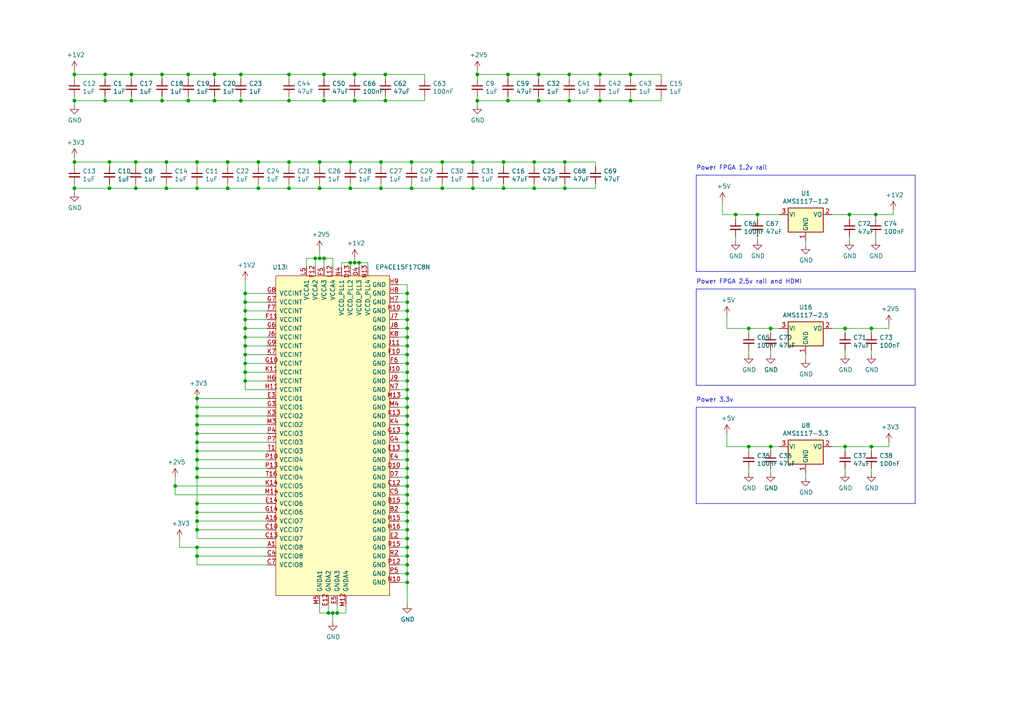
<source format=kicad_sch>
(kicad_sch (version 20230121) (generator eeschema)

  (uuid 4a9da171-847e-4bc4-93f9-edfe5c4b8354)

  (paper "A4")

  

  (junction (at 147.32 29.21) (diameter 0) (color 0 0 0 0)
    (uuid 0091242a-bd9b-46a6-8cd0-cc81fa5db24e)
  )
  (junction (at 57.15 146.05) (diameter 0) (color 0 0 0 0)
    (uuid 01478f52-711e-460d-9130-927d9df325cb)
  )
  (junction (at 71.12 110.49) (diameter 0) (color 0 0 0 0)
    (uuid 024cc201-4a12-4ae8-bfab-38147f08c82b)
  )
  (junction (at 71.12 85.09) (diameter 0) (color 0 0 0 0)
    (uuid 035e0cf3-8ba7-4e18-8dd3-f8e636f1c886)
  )
  (junction (at 69.85 21.59) (diameter 0) (color 0 0 0 0)
    (uuid 03f16627-7ce3-4e9a-9706-778678e98c1c)
  )
  (junction (at 93.98 74.93) (diameter 0) (color 0 0 0 0)
    (uuid 045e2b02-bbb9-4128-b50f-816a961b17ef)
  )
  (junction (at 93.98 29.21) (diameter 0) (color 0 0 0 0)
    (uuid 04f09747-54bd-4ccb-936d-3baa80652154)
  )
  (junction (at 31.75 54.61) (diameter 0) (color 0 0 0 0)
    (uuid 05e97569-cb43-4bfe-9c28-ea03e56f9c42)
  )
  (junction (at 102.87 29.21) (diameter 0) (color 0 0 0 0)
    (uuid 0c190730-a9e0-4c4a-8e33-74ee97fb990f)
  )
  (junction (at 95.25 177.8) (diameter 0) (color 0 0 0 0)
    (uuid 0fd3f13d-0c3f-4c8e-b91e-1739efdf550b)
  )
  (junction (at 93.98 21.59) (diameter 0) (color 0 0 0 0)
    (uuid 10e85d49-8c1d-4e38-920c-77246389daec)
  )
  (junction (at 91.44 74.93) (diameter 0) (color 0 0 0 0)
    (uuid 1108f7d7-1300-4e64-9d0c-b460edb02c0e)
  )
  (junction (at 57.15 158.75) (diameter 0) (color 0 0 0 0)
    (uuid 12b00521-7c4e-40ed-8476-41166bc98232)
  )
  (junction (at 71.12 87.63) (diameter 0) (color 0 0 0 0)
    (uuid 12b06950-23c0-46a3-97b4-485917511191)
  )
  (junction (at 46.99 21.59) (diameter 0) (color 0 0 0 0)
    (uuid 13f30964-a0e5-4b66-a3b0-82966c8576ce)
  )
  (junction (at 137.16 54.61) (diameter 0) (color 0 0 0 0)
    (uuid 141d55e7-f9fa-486e-a08c-0c5785aa9581)
  )
  (junction (at 118.11 128.27) (diameter 0) (color 0 0 0 0)
    (uuid 14b56486-a565-4ad2-9d4e-44e6442ea175)
  )
  (junction (at 66.04 54.61) (diameter 0) (color 0 0 0 0)
    (uuid 162f154d-2c07-4117-86f4-e015b02985f7)
  )
  (junction (at 57.15 153.67) (diameter 0) (color 0 0 0 0)
    (uuid 1962e27a-f25d-407c-98fc-1bbfd329b44d)
  )
  (junction (at 182.88 21.59) (diameter 0) (color 0 0 0 0)
    (uuid 1ba339fd-3eed-4093-adef-1f8b6939e3c2)
  )
  (junction (at 118.11 115.57) (diameter 0) (color 0 0 0 0)
    (uuid 2717f789-6e9a-45e5-ba68-0e97a483a090)
  )
  (junction (at 83.82 46.99) (diameter 0) (color 0 0 0 0)
    (uuid 27907456-675f-4372-8456-3255fdd1a95d)
  )
  (junction (at 71.12 90.17) (diameter 0) (color 0 0 0 0)
    (uuid 2a5ed4f1-2e39-45ae-bf53-791630bc4cad)
  )
  (junction (at 213.36 62.23) (diameter 0) (color 0 0 0 0)
    (uuid 2b3b0810-cd1d-48a1-a104-fe015cf2af3c)
  )
  (junction (at 217.17 95.25) (diameter 0) (color 0 0 0 0)
    (uuid 2c6fedfa-d124-4a32-aaf9-1170178a9e41)
  )
  (junction (at 118.11 85.09) (diameter 0) (color 0 0 0 0)
    (uuid 2e0de0fd-ad73-4e93-8d2e-96ad3d9f4bc7)
  )
  (junction (at 173.99 29.21) (diameter 0) (color 0 0 0 0)
    (uuid 2f21cb60-1df5-4469-8858-6fe21b88fa8a)
  )
  (junction (at 118.11 166.37) (diameter 0) (color 0 0 0 0)
    (uuid 2f3a1eef-c0ff-4ac8-8219-88f2fd3d4333)
  )
  (junction (at 217.17 129.54) (diameter 0) (color 0 0 0 0)
    (uuid 393f0e56-c2d5-4ea4-8463-50265bc94d2d)
  )
  (junction (at 92.71 74.93) (diameter 0) (color 0 0 0 0)
    (uuid 39b77ad4-840a-4880-8672-f09699d06495)
  )
  (junction (at 154.94 46.99) (diameter 0) (color 0 0 0 0)
    (uuid 3c6ce34b-07ed-4efb-887e-8dcc88f1612e)
  )
  (junction (at 118.11 113.03) (diameter 0) (color 0 0 0 0)
    (uuid 3cdd1d4e-65c2-4726-934e-57a60432541b)
  )
  (junction (at 118.11 168.91) (diameter 0) (color 0 0 0 0)
    (uuid 3ff9be75-0570-418f-a5fc-6ed51d4eae5c)
  )
  (junction (at 219.71 62.23) (diameter 0) (color 0 0 0 0)
    (uuid 41456f29-a703-4d12-85d0-c21ea7c0a452)
  )
  (junction (at 110.49 54.61) (diameter 0) (color 0 0 0 0)
    (uuid 42460404-dc50-4148-9d5f-cac0b90af438)
  )
  (junction (at 71.12 100.33) (diameter 0) (color 0 0 0 0)
    (uuid 46c350bb-7de4-4e81-aafd-4af55e37aab0)
  )
  (junction (at 182.88 29.21) (diameter 0) (color 0 0 0 0)
    (uuid 4a333138-062a-4541-87e1-d6ef03b1e3dd)
  )
  (junction (at 118.11 133.35) (diameter 0) (color 0 0 0 0)
    (uuid 52d8e7e5-a13c-454e-a4ac-2f9fbb38f9bc)
  )
  (junction (at 118.11 135.89) (diameter 0) (color 0 0 0 0)
    (uuid 54cef379-8a16-4ade-956d-519a53329bc3)
  )
  (junction (at 118.11 87.63) (diameter 0) (color 0 0 0 0)
    (uuid 551310a4-3882-4605-bfec-f0802df1435c)
  )
  (junction (at 118.11 107.95) (diameter 0) (color 0 0 0 0)
    (uuid 5962fb65-4840-4342-83d8-ebe11a13a0c5)
  )
  (junction (at 57.15 115.57) (diameter 0) (color 0 0 0 0)
    (uuid 5a379621-58ee-4146-baab-da833a7fa375)
  )
  (junction (at 71.12 105.41) (diameter 0) (color 0 0 0 0)
    (uuid 5a4bc6d2-0d85-4372-a33c-675ce6ae880e)
  )
  (junction (at 118.11 156.21) (diameter 0) (color 0 0 0 0)
    (uuid 5bcf876f-136c-4dac-ae61-fa226f0c392d)
  )
  (junction (at 57.15 120.65) (diameter 0) (color 0 0 0 0)
    (uuid 5e01567b-a9f5-4f86-b76a-2572d29d2d44)
  )
  (junction (at 21.59 54.61) (diameter 0) (color 0 0 0 0)
    (uuid 5ed3eb6e-4113-4e4a-93ef-848547ba49e9)
  )
  (junction (at 147.32 21.59) (diameter 0) (color 0 0 0 0)
    (uuid 5ff98705-cf67-403d-b0a1-4c57aba0bbdc)
  )
  (junction (at 118.11 153.67) (diameter 0) (color 0 0 0 0)
    (uuid 61c1ad0a-88fa-4e84-b6d4-f39d3cd9072a)
  )
  (junction (at 245.11 129.54) (diameter 0) (color 0 0 0 0)
    (uuid 6640c556-30bc-4fc7-a797-35ec65cf0f77)
  )
  (junction (at 38.1 21.59) (diameter 0) (color 0 0 0 0)
    (uuid 67ddd466-4c05-43d1-b9c1-73558050f6fc)
  )
  (junction (at 74.93 46.99) (diameter 0) (color 0 0 0 0)
    (uuid 67f80db7-ac30-4dde-8bf8-915428d171ed)
  )
  (junction (at 146.05 46.99) (diameter 0) (color 0 0 0 0)
    (uuid 684dd321-c877-439a-a4d1-bec26f55cf89)
  )
  (junction (at 118.11 143.51) (diameter 0) (color 0 0 0 0)
    (uuid 6b6fa031-d624-43d1-842e-f25c3d8a114c)
  )
  (junction (at 118.11 148.59) (diameter 0) (color 0 0 0 0)
    (uuid 6c7215dc-2dbc-4951-bfca-623bac82e99f)
  )
  (junction (at 31.75 46.99) (diameter 0) (color 0 0 0 0)
    (uuid 6e58d35e-842e-41f9-b302-a0606bc2c8e5)
  )
  (junction (at 48.26 54.61) (diameter 0) (color 0 0 0 0)
    (uuid 7075a498-5749-4f19-ba7d-9b8161486d1a)
  )
  (junction (at 57.15 130.81) (diameter 0) (color 0 0 0 0)
    (uuid 7331b4f5-537b-4797-b38c-6afa10e0716d)
  )
  (junction (at 118.11 95.25) (diameter 0) (color 0 0 0 0)
    (uuid 76ff16ff-0d33-4704-b0f8-f9c9f4b3e595)
  )
  (junction (at 101.6 54.61) (diameter 0) (color 0 0 0 0)
    (uuid 777a7d71-7105-4515-9e2c-011e98c36c8b)
  )
  (junction (at 83.82 21.59) (diameter 0) (color 0 0 0 0)
    (uuid 77a09c2e-107d-4a82-95c7-b222303ba715)
  )
  (junction (at 118.11 100.33) (diameter 0) (color 0 0 0 0)
    (uuid 787ed861-bac6-4a43-9839-40cdf7ee276e)
  )
  (junction (at 57.15 128.27) (diameter 0) (color 0 0 0 0)
    (uuid 789426ba-1b00-402b-9dd7-4cc463c090a5)
  )
  (junction (at 118.11 140.97) (diameter 0) (color 0 0 0 0)
    (uuid 78ec32a0-9a51-4ce8-b9fc-3040bef6a908)
  )
  (junction (at 118.11 125.73) (diameter 0) (color 0 0 0 0)
    (uuid 7a892666-f893-4a9e-a892-48887ab6e38d)
  )
  (junction (at 57.15 151.13) (diameter 0) (color 0 0 0 0)
    (uuid 7d09a68e-643b-46b5-bca3-b94cb9bccd70)
  )
  (junction (at 71.12 97.79) (diameter 0) (color 0 0 0 0)
    (uuid 7d74b5e4-377b-4d94-8b21-289fadde7386)
  )
  (junction (at 62.23 21.59) (diameter 0) (color 0 0 0 0)
    (uuid 7e14a6ba-72c9-486f-8ebf-f83333348517)
  )
  (junction (at 165.1 21.59) (diameter 0) (color 0 0 0 0)
    (uuid 7e97b323-0f13-4745-becc-fa60e39b31ab)
  )
  (junction (at 46.99 29.21) (diameter 0) (color 0 0 0 0)
    (uuid 7f04153d-9d5e-47af-b99d-bc6a387c9a6f)
  )
  (junction (at 57.15 46.99) (diameter 0) (color 0 0 0 0)
    (uuid 8106e159-fb99-406c-bc50-06500718779d)
  )
  (junction (at 118.11 161.29) (diameter 0) (color 0 0 0 0)
    (uuid 849ef7e5-8097-4aee-8015-323905546838)
  )
  (junction (at 223.52 95.25) (diameter 0) (color 0 0 0 0)
    (uuid 84f23cc9-9d15-4bf2-9356-88729f7800a5)
  )
  (junction (at 128.27 46.99) (diameter 0) (color 0 0 0 0)
    (uuid 88d47af8-f385-41c3-a158-4c2020d5a72a)
  )
  (junction (at 39.37 46.99) (diameter 0) (color 0 0 0 0)
    (uuid 8af22483-6986-4db8-a478-e3da735ace71)
  )
  (junction (at 57.15 135.89) (diameter 0) (color 0 0 0 0)
    (uuid 8bb0a05e-e024-4c96-8062-b72bb8f6b3b6)
  )
  (junction (at 118.11 146.05) (diameter 0) (color 0 0 0 0)
    (uuid 8bd335e3-f9cc-4141-b62c-89e6f2cea9b6)
  )
  (junction (at 21.59 21.59) (diameter 0) (color 0 0 0 0)
    (uuid 8d6a069f-4023-40e5-b77a-c447eb7c2730)
  )
  (junction (at 111.76 21.59) (diameter 0) (color 0 0 0 0)
    (uuid 8e2a2f6b-8167-4ac5-b2a6-8fefc2e5007d)
  )
  (junction (at 57.15 161.29) (diameter 0) (color 0 0 0 0)
    (uuid 8fe65e92-8ad0-4c44-9f8d-c997fb37f7c6)
  )
  (junction (at 62.23 29.21) (diameter 0) (color 0 0 0 0)
    (uuid 91c784cb-86f4-4eb1-9d7f-7df9c50ff534)
  )
  (junction (at 101.6 76.2) (diameter 0) (color 0 0 0 0)
    (uuid 932b167d-ddab-4c71-b0d5-3168e84d05b6)
  )
  (junction (at 83.82 54.61) (diameter 0) (color 0 0 0 0)
    (uuid 9397f066-146e-4896-a893-48ef11276451)
  )
  (junction (at 57.15 148.59) (diameter 0) (color 0 0 0 0)
    (uuid 9795a58d-0ac3-430a-9422-aa4c197a5f6c)
  )
  (junction (at 156.21 29.21) (diameter 0) (color 0 0 0 0)
    (uuid 988c23bd-6bf9-4ea3-a1d5-3f5ff466a45e)
  )
  (junction (at 252.73 95.25) (diameter 0) (color 0 0 0 0)
    (uuid 9b5bbbea-ca45-4da3-962b-10accf46ad7c)
  )
  (junction (at 30.48 29.21) (diameter 0) (color 0 0 0 0)
    (uuid 9b86d498-b713-4140-97c2-940c95f43f16)
  )
  (junction (at 137.16 46.99) (diameter 0) (color 0 0 0 0)
    (uuid 9c476165-300e-4e08-a354-4288b203c377)
  )
  (junction (at 54.61 21.59) (diameter 0) (color 0 0 0 0)
    (uuid 9eaea750-5e59-4015-bbbc-7f0606821920)
  )
  (junction (at 71.12 92.71) (diameter 0) (color 0 0 0 0)
    (uuid 9f32a78e-0b59-4846-9068-4909840a34ae)
  )
  (junction (at 71.12 95.25) (diameter 0) (color 0 0 0 0)
    (uuid 9fa50f42-0778-414e-80a5-be6ea027c650)
  )
  (junction (at 57.15 123.19) (diameter 0) (color 0 0 0 0)
    (uuid a15739ab-9211-4aeb-9603-bc7b827421d7)
  )
  (junction (at 102.87 21.59) (diameter 0) (color 0 0 0 0)
    (uuid a2596afc-a768-4a7c-9191-a7e735f775bd)
  )
  (junction (at 138.43 21.59) (diameter 0) (color 0 0 0 0)
    (uuid a277cb94-54f4-4201-9b19-13124e8120b4)
  )
  (junction (at 92.71 54.61) (diameter 0) (color 0 0 0 0)
    (uuid a39b3356-a010-429a-a766-68905309a2a8)
  )
  (junction (at 146.05 54.61) (diameter 0) (color 0 0 0 0)
    (uuid a3f3a018-6a6b-4914-95d4-b6f25692820f)
  )
  (junction (at 21.59 46.99) (diameter 0) (color 0 0 0 0)
    (uuid a5e8c014-a02c-48a7-a56b-b148c03b0656)
  )
  (junction (at 165.1 29.21) (diameter 0) (color 0 0 0 0)
    (uuid a6d8eddd-c1b7-4ec6-be66-ae5ff2fbee45)
  )
  (junction (at 118.11 120.65) (diameter 0) (color 0 0 0 0)
    (uuid a7b396e8-387b-4006-982d-ca6acb770010)
  )
  (junction (at 111.76 29.21) (diameter 0) (color 0 0 0 0)
    (uuid b4180bb0-8dc9-48ec-9931-26e9377a82e1)
  )
  (junction (at 223.52 129.54) (diameter 0) (color 0 0 0 0)
    (uuid bc234a96-8e81-44f9-b2e6-4514c92af46f)
  )
  (junction (at 110.49 46.99) (diameter 0) (color 0 0 0 0)
    (uuid be9bd86b-4cd5-4bd2-a31b-b062107d2a54)
  )
  (junction (at 156.21 21.59) (diameter 0) (color 0 0 0 0)
    (uuid c034fa22-c359-4a30-b345-2b159807ba6c)
  )
  (junction (at 173.99 21.59) (diameter 0) (color 0 0 0 0)
    (uuid c5c59683-c7c2-4b4e-928e-13e0f78a5fa5)
  )
  (junction (at 57.15 133.35) (diameter 0) (color 0 0 0 0)
    (uuid c5ec54f0-0d08-4954-a314-8acf9272ac84)
  )
  (junction (at 118.11 151.13) (diameter 0) (color 0 0 0 0)
    (uuid c84e14d3-e4ed-44aa-a72a-e3cd27cfffa7)
  )
  (junction (at 57.15 118.11) (diameter 0) (color 0 0 0 0)
    (uuid ca9af257-407b-4fa6-90c5-8313bc030faa)
  )
  (junction (at 138.43 29.21) (diameter 0) (color 0 0 0 0)
    (uuid ca9b4264-1527-4eb9-9c4a-0f8f3219656b)
  )
  (junction (at 118.11 92.71) (diameter 0) (color 0 0 0 0)
    (uuid cb6506b0-3912-438a-b6ea-123a23611666)
  )
  (junction (at 69.85 29.21) (diameter 0) (color 0 0 0 0)
    (uuid cca964ad-d64e-4c84-a05a-4b48498db544)
  )
  (junction (at 50.8 140.97) (diameter 0) (color 0 0 0 0)
    (uuid ccdcd4fd-03cc-4196-93ad-841bb5ede2f5)
  )
  (junction (at 104.14 76.2) (diameter 0) (color 0 0 0 0)
    (uuid d253b606-c6d4-4ab5-bb6d-97f4b72f210a)
  )
  (junction (at 119.38 54.61) (diameter 0) (color 0 0 0 0)
    (uuid d2eb360b-2bc4-4408-a8b3-07959277e262)
  )
  (junction (at 254 62.23) (diameter 0) (color 0 0 0 0)
    (uuid d4512ec7-3389-4b56-9e8b-bdbd8a828957)
  )
  (junction (at 101.6 46.99) (diameter 0) (color 0 0 0 0)
    (uuid d4a14347-f106-4fab-9c3e-cd8a875c683c)
  )
  (junction (at 163.83 46.99) (diameter 0) (color 0 0 0 0)
    (uuid d4afa5e8-9757-447e-9a26-66d5df023d71)
  )
  (junction (at 119.38 46.99) (diameter 0) (color 0 0 0 0)
    (uuid d6359131-a990-459a-850e-6c100e2b0fca)
  )
  (junction (at 163.83 54.61) (diameter 0) (color 0 0 0 0)
    (uuid d6ba3164-fde5-407c-b20d-e6bb69620a1b)
  )
  (junction (at 66.04 46.99) (diameter 0) (color 0 0 0 0)
    (uuid d6d675b8-f9ac-4030-acc8-a357acd0a266)
  )
  (junction (at 57.15 125.73) (diameter 0) (color 0 0 0 0)
    (uuid d8a72df0-904a-413a-8147-12e635dec35e)
  )
  (junction (at 92.71 46.99) (diameter 0) (color 0 0 0 0)
    (uuid d8ac61b3-a533-4f15-9856-f7b341d352a1)
  )
  (junction (at 118.11 90.17) (diameter 0) (color 0 0 0 0)
    (uuid d92867dc-3e98-46a9-a48e-3161efe31b10)
  )
  (junction (at 118.11 105.41) (diameter 0) (color 0 0 0 0)
    (uuid dacff3a5-d976-4461-a265-5c771e382f92)
  )
  (junction (at 118.11 158.75) (diameter 0) (color 0 0 0 0)
    (uuid dce81c27-16c7-4397-b7d9-dfe2225cc620)
  )
  (junction (at 118.11 138.43) (diameter 0) (color 0 0 0 0)
    (uuid e06d1eab-cb86-4592-b7c5-13289f2591ff)
  )
  (junction (at 21.59 29.21) (diameter 0) (color 0 0 0 0)
    (uuid e06f99ab-70c9-48e0-9786-de35bc5b9bdc)
  )
  (junction (at 39.37 54.61) (diameter 0) (color 0 0 0 0)
    (uuid e13a898a-5de8-4d94-a80e-b064cdd01fc8)
  )
  (junction (at 118.11 97.79) (diameter 0) (color 0 0 0 0)
    (uuid e216a3d4-c7c0-40e0-9701-6d206641d342)
  )
  (junction (at 246.38 62.23) (diameter 0) (color 0 0 0 0)
    (uuid e294d04e-3720-4cda-b63e-078484e0733c)
  )
  (junction (at 57.15 54.61) (diameter 0) (color 0 0 0 0)
    (uuid e29ecb3b-bdd4-4ff6-80c6-b91117ba47bf)
  )
  (junction (at 54.61 29.21) (diameter 0) (color 0 0 0 0)
    (uuid e2eaff9d-4c94-4311-bec0-a13146b760ca)
  )
  (junction (at 252.73 129.54) (diameter 0) (color 0 0 0 0)
    (uuid ea399d10-1f30-4eb9-af71-91adeba50151)
  )
  (junction (at 118.11 163.83) (diameter 0) (color 0 0 0 0)
    (uuid eae6cb64-c798-40f3-b4c3-dcefb9e0714c)
  )
  (junction (at 71.12 107.95) (diameter 0) (color 0 0 0 0)
    (uuid eae70e4c-a4fe-42ec-9720-c05b32ed5140)
  )
  (junction (at 57.15 138.43) (diameter 0) (color 0 0 0 0)
    (uuid eaf7bad2-f505-4235-ac62-4996b9281847)
  )
  (junction (at 97.79 177.8) (diameter 0) (color 0 0 0 0)
    (uuid eb154998-e619-45d3-80ac-fd884505378c)
  )
  (junction (at 83.82 29.21) (diameter 0) (color 0 0 0 0)
    (uuid ebcfdf36-110d-4f79-9de0-e4fcd76c1d6e)
  )
  (junction (at 38.1 29.21) (diameter 0) (color 0 0 0 0)
    (uuid ed15d2ab-884d-4309-8fc5-a20c99e91302)
  )
  (junction (at 48.26 46.99) (diameter 0) (color 0 0 0 0)
    (uuid f081c5ee-2d7c-454a-ae5e-f89b6ddc1d26)
  )
  (junction (at 30.48 21.59) (diameter 0) (color 0 0 0 0)
    (uuid f1da6dec-d569-4cfe-b70b-354611bf1d93)
  )
  (junction (at 118.11 118.11) (diameter 0) (color 0 0 0 0)
    (uuid f27a0a1a-93ad-49f4-89fe-1730de977ec9)
  )
  (junction (at 71.12 102.87) (diameter 0) (color 0 0 0 0)
    (uuid f38fe8c7-e201-4a5d-b85e-99900ccf700f)
  )
  (junction (at 102.87 76.2) (diameter 0) (color 0 0 0 0)
    (uuid f48726b8-0a84-4a45-918f-9908a36bbb39)
  )
  (junction (at 96.52 177.8) (diameter 0) (color 0 0 0 0)
    (uuid f63e0144-2120-44f8-87b4-16ef8ae471f6)
  )
  (junction (at 118.11 123.19) (diameter 0) (color 0 0 0 0)
    (uuid f65da57c-5a39-4e71-a4f8-1adb60cea20b)
  )
  (junction (at 128.27 54.61) (diameter 0) (color 0 0 0 0)
    (uuid f75ad864-f096-4907-b31d-1a5733db4331)
  )
  (junction (at 154.94 54.61) (diameter 0) (color 0 0 0 0)
    (uuid f8371471-4211-4368-9dd3-157e5ded70c0)
  )
  (junction (at 118.11 130.81) (diameter 0) (color 0 0 0 0)
    (uuid fa52b214-9e18-40f6-ba83-46690adc9999)
  )
  (junction (at 245.11 95.25) (diameter 0) (color 0 0 0 0)
    (uuid fa5d9c89-54e0-49e6-a404-29eddf2326d4)
  )
  (junction (at 118.11 110.49) (diameter 0) (color 0 0 0 0)
    (uuid fa96cd3f-f267-4e6d-9212-fd48f9f4aabe)
  )
  (junction (at 74.93 54.61) (diameter 0) (color 0 0 0 0)
    (uuid fdc927f3-9ea5-4abb-b957-1dbde7dca836)
  )
  (junction (at 118.11 102.87) (diameter 0) (color 0 0 0 0)
    (uuid fe148714-b0cf-44d7-9b6c-f06914620619)
  )

  (wire (pts (xy 115.57 151.13) (xy 118.11 151.13))
    (stroke (width 0) (type default))
    (uuid 03feac72-98b7-4654-a672-d344349eb6a0)
  )
  (wire (pts (xy 219.71 68.58) (xy 219.71 69.85))
    (stroke (width 0) (type default))
    (uuid 0432af54-cd35-4c3c-88e6-bbc1a7d2c6b4)
  )
  (wire (pts (xy 115.57 158.75) (xy 118.11 158.75))
    (stroke (width 0) (type default))
    (uuid 0580ba4c-51c4-4298-ad74-e9c2ef4e04a2)
  )
  (wire (pts (xy 252.73 129.54) (xy 257.81 129.54))
    (stroke (width 0) (type default))
    (uuid 05a3fd88-c58e-4323-96ff-70847ec682b8)
  )
  (wire (pts (xy 21.59 29.21) (xy 30.48 29.21))
    (stroke (width 0) (type default))
    (uuid 060a9d78-785b-4e95-9f27-c70c9bd79368)
  )
  (wire (pts (xy 71.12 95.25) (xy 77.47 95.25))
    (stroke (width 0) (type default))
    (uuid 064a14d4-7625-4c17-9926-3bc8bef61c95)
  )
  (wire (pts (xy 69.85 27.94) (xy 69.85 29.21))
    (stroke (width 0) (type default))
    (uuid 06a29087-be12-4782-ab0c-68019175faac)
  )
  (wire (pts (xy 83.82 21.59) (xy 93.98 21.59))
    (stroke (width 0) (type default))
    (uuid 07678248-0774-49ca-a377-01b7e220adb6)
  )
  (wire (pts (xy 52.07 158.75) (xy 52.07 156.21))
    (stroke (width 0) (type default))
    (uuid 0771d364-a669-462b-8c26-3e56d6fd2b2c)
  )
  (wire (pts (xy 21.59 27.94) (xy 21.59 29.21))
    (stroke (width 0) (type default))
    (uuid 0816bee4-5935-4741-bd0f-c370f413b02b)
  )
  (wire (pts (xy 165.1 29.21) (xy 165.1 27.94))
    (stroke (width 0) (type default))
    (uuid 093c99d2-6e87-428b-a172-e8573afe4705)
  )
  (wire (pts (xy 115.57 105.41) (xy 118.11 105.41))
    (stroke (width 0) (type default))
    (uuid 0988bdab-20b2-4388-83a8-9cfbb33342b3)
  )
  (wire (pts (xy 111.76 29.21) (xy 111.76 27.94))
    (stroke (width 0) (type default))
    (uuid 09986a87-49c2-4491-b1b1-87dfad52ab95)
  )
  (wire (pts (xy 83.82 54.61) (xy 83.82 53.34))
    (stroke (width 0) (type default))
    (uuid 0a3cbae7-b160-4bf5-bc29-b843867e2bbd)
  )
  (wire (pts (xy 118.11 100.33) (xy 118.11 97.79))
    (stroke (width 0) (type default))
    (uuid 0c3dbbcf-98e0-48d2-853d-b67234b32313)
  )
  (wire (pts (xy 31.75 46.99) (xy 31.75 48.26))
    (stroke (width 0) (type default))
    (uuid 0db2329c-20dc-462b-b20a-ad6f2e2cbe93)
  )
  (wire (pts (xy 138.43 27.94) (xy 138.43 29.21))
    (stroke (width 0) (type default))
    (uuid 0de56762-ce56-43f6-b2d4-e1179688ff91)
  )
  (wire (pts (xy 102.87 29.21) (xy 102.87 27.94))
    (stroke (width 0) (type default))
    (uuid 0e37a1ae-bf06-4c70-ae4c-e7cee553b0b3)
  )
  (wire (pts (xy 48.26 46.99) (xy 57.15 46.99))
    (stroke (width 0) (type default))
    (uuid 0f6ca36b-4e91-4d2e-9f6d-1a233014754f)
  )
  (wire (pts (xy 118.11 146.05) (xy 118.11 143.51))
    (stroke (width 0) (type default))
    (uuid 105fbd65-eb38-4079-82aa-c51ab8697030)
  )
  (wire (pts (xy 104.14 76.2) (xy 106.68 76.2))
    (stroke (width 0) (type default))
    (uuid 1087999d-983e-42bf-b325-b81c766947cc)
  )
  (wire (pts (xy 83.82 54.61) (xy 92.71 54.61))
    (stroke (width 0) (type default))
    (uuid 116dcb13-d6f5-40e1-b835-53753121c5b4)
  )
  (wire (pts (xy 118.11 130.81) (xy 118.11 128.27))
    (stroke (width 0) (type default))
    (uuid 11d8a1c9-2fe6-4f06-af2c-43205f80d2b1)
  )
  (wire (pts (xy 219.71 62.23) (xy 226.06 62.23))
    (stroke (width 0) (type default))
    (uuid 12fc5fae-2589-481a-9c5c-1325ed3bb3b8)
  )
  (wire (pts (xy 115.57 140.97) (xy 118.11 140.97))
    (stroke (width 0) (type default))
    (uuid 135735c6-9c20-4bf3-849f-8a3683d0618a)
  )
  (wire (pts (xy 57.15 146.05) (xy 77.47 146.05))
    (stroke (width 0) (type default))
    (uuid 142e2cf6-b82f-4007-9894-377d26b8ab0d)
  )
  (wire (pts (xy 115.57 107.95) (xy 118.11 107.95))
    (stroke (width 0) (type default))
    (uuid 15dc4b2e-003f-454e-bdaf-e1febd8c55e0)
  )
  (wire (pts (xy 62.23 21.59) (xy 62.23 22.86))
    (stroke (width 0) (type default))
    (uuid 1613aea2-74ff-456a-8f58-2ae446640750)
  )
  (wire (pts (xy 118.11 110.49) (xy 118.11 107.95))
    (stroke (width 0) (type default))
    (uuid 169fbf9e-c683-4879-aed2-ef27f2a35b47)
  )
  (wire (pts (xy 154.94 54.61) (xy 163.83 54.61))
    (stroke (width 0) (type default))
    (uuid 16e7dd30-8a60-41e6-8325-60db1ff50bda)
  )
  (wire (pts (xy 115.57 118.11) (xy 118.11 118.11))
    (stroke (width 0) (type default))
    (uuid 179ded49-c8d7-40c2-a728-5841fda625bd)
  )
  (wire (pts (xy 69.85 21.59) (xy 83.82 21.59))
    (stroke (width 0) (type default))
    (uuid 181135d6-242b-4baf-94b0-054802ef6df0)
  )
  (wire (pts (xy 71.12 92.71) (xy 71.12 95.25))
    (stroke (width 0) (type default))
    (uuid 18918f47-bbcf-470e-91e3-9d9829868ca1)
  )
  (wire (pts (xy 119.38 46.99) (xy 119.38 48.26))
    (stroke (width 0) (type default))
    (uuid 1947ea8e-3ea5-493b-ab1c-4e8c5a675398)
  )
  (wire (pts (xy 57.15 153.67) (xy 57.15 156.21))
    (stroke (width 0) (type default))
    (uuid 1c44338c-b9a1-4269-978f-e8fd90211a46)
  )
  (wire (pts (xy 182.88 21.59) (xy 191.77 21.59))
    (stroke (width 0) (type default))
    (uuid 1cdb9155-c146-40d9-bead-b709bf7a6467)
  )
  (wire (pts (xy 246.38 62.23) (xy 246.38 63.5))
    (stroke (width 0) (type default))
    (uuid 1d052412-811d-4384-b62d-b10970534fb5)
  )
  (wire (pts (xy 115.57 102.87) (xy 118.11 102.87))
    (stroke (width 0) (type default))
    (uuid 208a6583-df1c-4ff8-9045-47b7770a5518)
  )
  (polyline (pts (xy 201.93 78.74) (xy 201.93 50.8))
    (stroke (width 0) (type default))
    (uuid 22e92cb2-fddd-4edc-a5bc-370417db5793)
  )

  (wire (pts (xy 154.94 46.99) (xy 163.83 46.99))
    (stroke (width 0) (type default))
    (uuid 22f315f8-0151-4d27-8242-3486735e4932)
  )
  (wire (pts (xy 146.05 46.99) (xy 154.94 46.99))
    (stroke (width 0) (type default))
    (uuid 23714fc1-59db-4500-9d38-af86ea69fe3f)
  )
  (wire (pts (xy 156.21 21.59) (xy 165.1 21.59))
    (stroke (width 0) (type default))
    (uuid 245afab8-87c2-4797-af78-aa00d5229c94)
  )
  (wire (pts (xy 223.52 101.6) (xy 223.52 102.87))
    (stroke (width 0) (type default))
    (uuid 24b42847-745f-4b13-9d2d-3ca8b56bc9de)
  )
  (polyline (pts (xy 265.43 118.11) (xy 265.43 146.05))
    (stroke (width 0) (type default))
    (uuid 25f3023a-0b40-4b57-b672-1aea8836d4eb)
  )

  (wire (pts (xy 138.43 29.21) (xy 138.43 30.48))
    (stroke (width 0) (type default))
    (uuid 260c26af-1e30-4624-94a4-7cbfebc53f93)
  )
  (wire (pts (xy 115.57 90.17) (xy 118.11 90.17))
    (stroke (width 0) (type default))
    (uuid 26b5b06d-6731-4f1d-a50f-a1a758285eac)
  )
  (wire (pts (xy 57.15 148.59) (xy 57.15 146.05))
    (stroke (width 0) (type default))
    (uuid 28221cea-e5dd-4443-909d-f89dc42a5054)
  )
  (wire (pts (xy 101.6 54.61) (xy 110.49 54.61))
    (stroke (width 0) (type default))
    (uuid 291cc86e-d7a1-4f14-983b-0e47c854bfea)
  )
  (wire (pts (xy 217.17 129.54) (xy 223.52 129.54))
    (stroke (width 0) (type default))
    (uuid 29ec1054-96e5-4371-8fe7-f31c027b27f9)
  )
  (wire (pts (xy 118.11 163.83) (xy 118.11 161.29))
    (stroke (width 0) (type default))
    (uuid 2a093840-0bdf-41ea-a70e-7ac20376c639)
  )
  (wire (pts (xy 97.79 177.8) (xy 100.33 177.8))
    (stroke (width 0) (type default))
    (uuid 2a3624de-1e65-44b5-8315-a1c35dfa4ff3)
  )
  (wire (pts (xy 21.59 29.21) (xy 21.59 30.48))
    (stroke (width 0) (type default))
    (uuid 2b5ef57e-9829-4c8c-a772-0c450fa178e8)
  )
  (wire (pts (xy 21.59 21.59) (xy 21.59 22.86))
    (stroke (width 0) (type default))
    (uuid 2ca7d35c-f03b-45eb-bc5e-72292d02981d)
  )
  (wire (pts (xy 118.11 151.13) (xy 118.11 148.59))
    (stroke (width 0) (type default))
    (uuid 2cdac68d-7c68-4dee-83f4-c82da698979f)
  )
  (wire (pts (xy 91.44 74.93) (xy 91.44 77.47))
    (stroke (width 0) (type default))
    (uuid 2d2a12db-b659-4807-8426-fec9fa84c156)
  )
  (wire (pts (xy 252.73 95.25) (xy 257.81 95.25))
    (stroke (width 0) (type default))
    (uuid 2d54211d-88b2-466c-9078-d1f5c442f872)
  )
  (polyline (pts (xy 201.93 83.82) (xy 265.43 83.82))
    (stroke (width 0) (type default))
    (uuid 2f51df0b-67e2-48cd-baf9-810701c16be9)
  )

  (wire (pts (xy 57.15 133.35) (xy 77.47 133.35))
    (stroke (width 0) (type default))
    (uuid 2ff466f2-a10f-4d30-86d0-258970718dd1)
  )
  (wire (pts (xy 241.3 95.25) (xy 245.11 95.25))
    (stroke (width 0) (type default))
    (uuid 3097fea7-46a7-47a9-9cae-e148c8b5c995)
  )
  (wire (pts (xy 138.43 29.21) (xy 147.32 29.21))
    (stroke (width 0) (type default))
    (uuid 31f320f8-9fca-458c-80c9-a63045dda05e)
  )
  (wire (pts (xy 71.12 100.33) (xy 71.12 102.87))
    (stroke (width 0) (type default))
    (uuid 31f8ed65-f1fb-4ea1-b8ac-285bac028b77)
  )
  (wire (pts (xy 118.11 125.73) (xy 118.11 123.19))
    (stroke (width 0) (type default))
    (uuid 32a33c14-ad35-4ab3-9d14-69821847ef1b)
  )
  (wire (pts (xy 118.11 158.75) (xy 118.11 156.21))
    (stroke (width 0) (type default))
    (uuid 32f7f993-844d-4647-82bc-7e4c69fc685b)
  )
  (wire (pts (xy 62.23 29.21) (xy 69.85 29.21))
    (stroke (width 0) (type default))
    (uuid 34b6b129-a76c-4a62-91cc-2743f5f4b2c4)
  )
  (wire (pts (xy 123.19 21.59) (xy 123.19 22.86))
    (stroke (width 0) (type default))
    (uuid 3585a139-cfc6-4b57-99ce-0163d84caa4b)
  )
  (wire (pts (xy 71.12 105.41) (xy 71.12 107.95))
    (stroke (width 0) (type default))
    (uuid 36adf605-c4e5-49a0-bfb5-ef01a47e7ac6)
  )
  (wire (pts (xy 101.6 76.2) (xy 102.87 76.2))
    (stroke (width 0) (type default))
    (uuid 37a423bc-f22b-4f78-8391-c64cc41bfdd6)
  )
  (wire (pts (xy 115.57 123.19) (xy 118.11 123.19))
    (stroke (width 0) (type default))
    (uuid 39146702-2809-457e-9c0d-9bd6a611c17a)
  )
  (wire (pts (xy 118.11 156.21) (xy 118.11 153.67))
    (stroke (width 0) (type default))
    (uuid 392feb7d-639c-4109-b633-4f77161d9a00)
  )
  (wire (pts (xy 115.57 161.29) (xy 118.11 161.29))
    (stroke (width 0) (type default))
    (uuid 3b960909-0ba4-465c-b3f3-fd447a704a1b)
  )
  (wire (pts (xy 137.16 46.99) (xy 146.05 46.99))
    (stroke (width 0) (type default))
    (uuid 3d219812-261f-4741-b119-3a36b9052a99)
  )
  (wire (pts (xy 57.15 153.67) (xy 77.47 153.67))
    (stroke (width 0) (type default))
    (uuid 3da59bc6-70b3-471f-bbfc-55990eeb98e5)
  )
  (wire (pts (xy 50.8 143.51) (xy 50.8 140.97))
    (stroke (width 0) (type default))
    (uuid 3e93cc50-fa1e-445b-8e48-b92594ec9006)
  )
  (wire (pts (xy 137.16 46.99) (xy 137.16 48.26))
    (stroke (width 0) (type default))
    (uuid 3f2f1aeb-24f2-4597-bbb9-54b12c752d6f)
  )
  (wire (pts (xy 71.12 100.33) (xy 77.47 100.33))
    (stroke (width 0) (type default))
    (uuid 3f494321-e87f-4a8e-bbe5-a937d805b012)
  )
  (wire (pts (xy 71.12 90.17) (xy 71.12 92.71))
    (stroke (width 0) (type default))
    (uuid 3f642266-c43d-457e-a3d0-ae48d6438db5)
  )
  (wire (pts (xy 165.1 21.59) (xy 173.99 21.59))
    (stroke (width 0) (type default))
    (uuid 40f2d922-dc77-4165-a4ba-77aa54d0f1fa)
  )
  (wire (pts (xy 21.59 54.61) (xy 21.59 55.88))
    (stroke (width 0) (type default))
    (uuid 42ad14a7-9025-4df7-8122-1178f2977a3b)
  )
  (wire (pts (xy 118.11 138.43) (xy 118.11 135.89))
    (stroke (width 0) (type default))
    (uuid 42ba407d-a036-422b-9b59-0018a6ff74da)
  )
  (wire (pts (xy 118.11 85.09) (xy 115.57 85.09))
    (stroke (width 0) (type default))
    (uuid 436b9e93-01ad-4cd2-a39e-eee50a26ba10)
  )
  (wire (pts (xy 77.47 125.73) (xy 57.15 125.73))
    (stroke (width 0) (type default))
    (uuid 43a0eb75-5fcf-4672-aa9e-0cc7c7115f22)
  )
  (wire (pts (xy 39.37 46.99) (xy 39.37 48.26))
    (stroke (width 0) (type default))
    (uuid 44caae53-1a52-43c9-bdd2-601a68a99b9d)
  )
  (wire (pts (xy 102.87 21.59) (xy 111.76 21.59))
    (stroke (width 0) (type default))
    (uuid 45005e12-36a9-4853-a83d-a87ffad800b4)
  )
  (wire (pts (xy 71.12 81.28) (xy 71.12 85.09))
    (stroke (width 0) (type default))
    (uuid 450fd788-d806-48b1-a032-8afdc8273e6e)
  )
  (polyline (pts (xy 201.93 118.11) (xy 265.43 118.11))
    (stroke (width 0) (type default))
    (uuid 453a77ad-fac0-4cd4-9fca-6e04f8cfa3e5)
  )

  (wire (pts (xy 156.21 21.59) (xy 156.21 22.86))
    (stroke (width 0) (type default))
    (uuid 4572eec0-5fb0-46c6-89b0-d3341f37f9b8)
  )
  (wire (pts (xy 245.11 95.25) (xy 252.73 95.25))
    (stroke (width 0) (type default))
    (uuid 4660c6bf-e69d-4a4d-bdfe-d125b039e05b)
  )
  (wire (pts (xy 83.82 46.99) (xy 83.82 48.26))
    (stroke (width 0) (type default))
    (uuid 48afede4-072d-4812-9a6d-de4cc719bbfc)
  )
  (wire (pts (xy 217.17 135.89) (xy 217.17 137.16))
    (stroke (width 0) (type default))
    (uuid 48c77641-1046-44b0-bae8-52da953ea633)
  )
  (wire (pts (xy 71.12 97.79) (xy 77.47 97.79))
    (stroke (width 0) (type default))
    (uuid 4949c210-134d-4c0f-a922-5b5c8c6df145)
  )
  (wire (pts (xy 57.15 120.65) (xy 57.15 118.11))
    (stroke (width 0) (type default))
    (uuid 495255cc-4ba2-4e9c-a47f-68873ed977bf)
  )
  (wire (pts (xy 156.21 29.21) (xy 156.21 27.94))
    (stroke (width 0) (type default))
    (uuid 497283dc-5316-4045-8e79-68a8bb50f4f5)
  )
  (wire (pts (xy 115.57 135.89) (xy 118.11 135.89))
    (stroke (width 0) (type default))
    (uuid 49b7236a-821c-4deb-be5e-c6a591113940)
  )
  (wire (pts (xy 245.11 101.6) (xy 245.11 102.87))
    (stroke (width 0) (type default))
    (uuid 4b64ce61-cd9f-4068-855a-a918a6209675)
  )
  (wire (pts (xy 31.75 53.34) (xy 31.75 54.61))
    (stroke (width 0) (type default))
    (uuid 4cb4ec2e-02f5-4446-8447-db3933681d2a)
  )
  (polyline (pts (xy 265.43 83.82) (xy 265.43 111.76))
    (stroke (width 0) (type default))
    (uuid 4ccb0e93-36f7-4d7b-baba-2457a90267b7)
  )

  (wire (pts (xy 54.61 21.59) (xy 62.23 21.59))
    (stroke (width 0) (type default))
    (uuid 4cd7fbd1-3778-4a48-ab60-c36eed16d8c5)
  )
  (wire (pts (xy 96.52 177.8) (xy 97.79 177.8))
    (stroke (width 0) (type default))
    (uuid 4d2bcc63-a2dd-418c-bd5f-ddaef4fca43f)
  )
  (wire (pts (xy 38.1 27.94) (xy 38.1 29.21))
    (stroke (width 0) (type default))
    (uuid 4f0ad253-6758-4fab-a304-5619bb190326)
  )
  (wire (pts (xy 57.15 54.61) (xy 66.04 54.61))
    (stroke (width 0) (type default))
    (uuid 4f483546-5fe1-407e-aca5-4726d4b59bdf)
  )
  (wire (pts (xy 213.36 62.23) (xy 213.36 63.5))
    (stroke (width 0) (type default))
    (uuid 50e82998-94a9-4b38-a960-5b276fe8586e)
  )
  (wire (pts (xy 57.15 118.11) (xy 77.47 118.11))
    (stroke (width 0) (type default))
    (uuid 514ae2b1-96b3-4a21-b8c7-764f8d6a410f)
  )
  (wire (pts (xy 57.15 151.13) (xy 57.15 153.67))
    (stroke (width 0) (type default))
    (uuid 5256a2e5-5d23-4520-bca8-57cb50ff01c2)
  )
  (wire (pts (xy 110.49 46.99) (xy 119.38 46.99))
    (stroke (width 0) (type default))
    (uuid 5356313d-c6c9-4e43-8779-7f5954c39660)
  )
  (wire (pts (xy 173.99 21.59) (xy 173.99 22.86))
    (stroke (width 0) (type default))
    (uuid 53ca97d4-db85-46f1-866a-72ac5fba2bbf)
  )
  (wire (pts (xy 88.9 74.93) (xy 91.44 74.93))
    (stroke (width 0) (type default))
    (uuid 54fb0b19-4912-47f8-a26c-6bb537aff49e)
  )
  (wire (pts (xy 39.37 54.61) (xy 48.26 54.61))
    (stroke (width 0) (type default))
    (uuid 552d2777-af2b-41ec-a31e-cd43b7c8490e)
  )
  (wire (pts (xy 101.6 46.99) (xy 110.49 46.99))
    (stroke (width 0) (type default))
    (uuid 55682d2e-622c-420d-9c4c-b25e379c0cee)
  )
  (wire (pts (xy 57.15 158.75) (xy 57.15 161.29))
    (stroke (width 0) (type default))
    (uuid 55cd752b-c945-4ee3-943d-9a764cf13c98)
  )
  (wire (pts (xy 119.38 46.99) (xy 128.27 46.99))
    (stroke (width 0) (type default))
    (uuid 57be4481-578e-480a-b137-dcb8fd95babf)
  )
  (wire (pts (xy 233.68 137.16) (xy 233.68 138.43))
    (stroke (width 0) (type default))
    (uuid 57f6b820-62fa-4d98-887a-d2a380a76964)
  )
  (wire (pts (xy 57.15 161.29) (xy 57.15 163.83))
    (stroke (width 0) (type default))
    (uuid 5839a4ee-743d-44ba-92fc-43f59394a1eb)
  )
  (wire (pts (xy 57.15 123.19) (xy 77.47 123.19))
    (stroke (width 0) (type default))
    (uuid 589039ca-2779-4520-b3e8-3f7f6261d041)
  )
  (wire (pts (xy 57.15 128.27) (xy 77.47 128.27))
    (stroke (width 0) (type default))
    (uuid 5985685d-e43d-436c-af13-33e3e86848ac)
  )
  (polyline (pts (xy 201.93 50.8) (xy 265.43 50.8))
    (stroke (width 0) (type default))
    (uuid 59e71b82-fd2c-4d50-9aac-2d0df67acc80)
  )

  (wire (pts (xy 57.15 148.59) (xy 57.15 151.13))
    (stroke (width 0) (type default))
    (uuid 59fe4e68-4119-4952-b511-7d1576b16691)
  )
  (wire (pts (xy 118.11 166.37) (xy 118.11 163.83))
    (stroke (width 0) (type default))
    (uuid 5a10edf2-528f-4464-9121-d3df9cb8c8cc)
  )
  (wire (pts (xy 106.68 76.2) (xy 106.68 77.47))
    (stroke (width 0) (type default))
    (uuid 5a43f40c-f75b-4db3-8642-220e4b806437)
  )
  (wire (pts (xy 102.87 76.2) (xy 102.87 74.93))
    (stroke (width 0) (type default))
    (uuid 5cff2459-d275-4803-8fa2-8289cb689a75)
  )
  (wire (pts (xy 252.73 135.89) (xy 252.73 137.16))
    (stroke (width 0) (type default))
    (uuid 5d0be09d-133e-4cac-b0d8-fd336835cc6c)
  )
  (wire (pts (xy 30.48 29.21) (xy 38.1 29.21))
    (stroke (width 0) (type default))
    (uuid 5d6cfde2-9586-45a3-9d7e-b9db5ad7bc21)
  )
  (wire (pts (xy 223.52 129.54) (xy 226.06 129.54))
    (stroke (width 0) (type default))
    (uuid 5e066231-f8d2-43bf-bff3-80c6fb0c9c86)
  )
  (polyline (pts (xy 265.43 111.76) (xy 201.93 111.76))
    (stroke (width 0) (type default))
    (uuid 5e182438-6e6f-45ba-bef5-6be708805673)
  )

  (wire (pts (xy 252.73 96.52) (xy 252.73 95.25))
    (stroke (width 0) (type default))
    (uuid 5e40bd00-596e-4595-8afb-832031e7cd39)
  )
  (wire (pts (xy 93.98 21.59) (xy 102.87 21.59))
    (stroke (width 0) (type default))
    (uuid 5e5cd445-0654-433f-a688-b9a23b9e5558)
  )
  (wire (pts (xy 173.99 29.21) (xy 173.99 27.94))
    (stroke (width 0) (type default))
    (uuid 5ed661fa-d25a-413c-8f9b-894484c176c8)
  )
  (polyline (pts (xy 201.93 111.76) (xy 201.93 83.82))
    (stroke (width 0) (type default))
    (uuid 5ed8deae-e8d8-451d-b355-245f684ec0f6)
  )

  (wire (pts (xy 156.21 29.21) (xy 165.1 29.21))
    (stroke (width 0) (type default))
    (uuid 5ee97714-8ad8-47a4-bd70-3ebc8406c7b5)
  )
  (wire (pts (xy 241.3 129.54) (xy 245.11 129.54))
    (stroke (width 0) (type default))
    (uuid 61dc775a-14c7-4cce-be48-c5d6e8045697)
  )
  (wire (pts (xy 101.6 77.47) (xy 101.6 76.2))
    (stroke (width 0) (type default))
    (uuid 620fd31f-1d7e-453a-874c-5731a4bbc505)
  )
  (wire (pts (xy 138.43 22.86) (xy 138.43 21.59))
    (stroke (width 0) (type default))
    (uuid 62681247-dfee-4fe9-a797-fef33eb74a7f)
  )
  (wire (pts (xy 46.99 27.94) (xy 46.99 29.21))
    (stroke (width 0) (type default))
    (uuid 62cf0a26-9096-4000-923a-60daf3aa23f8)
  )
  (wire (pts (xy 118.11 128.27) (xy 118.11 125.73))
    (stroke (width 0) (type default))
    (uuid 63065c9b-8053-430e-bdb0-072a1e704078)
  )
  (wire (pts (xy 38.1 29.21) (xy 46.99 29.21))
    (stroke (width 0) (type default))
    (uuid 63777433-96ab-4b15-8870-c77f38cbb556)
  )
  (wire (pts (xy 223.52 135.89) (xy 223.52 137.16))
    (stroke (width 0) (type default))
    (uuid 638492c1-39c4-4e69-a3a1-232b324e5b21)
  )
  (wire (pts (xy 245.11 135.89) (xy 245.11 137.16))
    (stroke (width 0) (type default))
    (uuid 649e27c1-a08d-4446-a16b-cdabdc592f17)
  )
  (wire (pts (xy 99.06 77.47) (xy 99.06 76.2))
    (stroke (width 0) (type default))
    (uuid 659d7e05-6d30-4048-9451-144bfa6ef129)
  )
  (wire (pts (xy 57.15 130.81) (xy 57.15 133.35))
    (stroke (width 0) (type default))
    (uuid 65acf8e5-9f16-4350-9eac-4ec481b2ee30)
  )
  (wire (pts (xy 147.32 27.94) (xy 147.32 29.21))
    (stroke (width 0) (type default))
    (uuid 665ff082-de8d-4434-bdea-5354e7d0b15e)
  )
  (wire (pts (xy 252.73 101.6) (xy 252.73 102.87))
    (stroke (width 0) (type default))
    (uuid 66615e91-3e7a-41a3-a5de-d8915c5cd486)
  )
  (wire (pts (xy 115.57 163.83) (xy 118.11 163.83))
    (stroke (width 0) (type default))
    (uuid 678b0808-6a49-4948-bc77-b41d6e5561d1)
  )
  (wire (pts (xy 21.59 21.59) (xy 30.48 21.59))
    (stroke (width 0) (type default))
    (uuid 6792a032-9256-487f-aa0b-8c689e242f4e)
  )
  (wire (pts (xy 128.27 54.61) (xy 137.16 54.61))
    (stroke (width 0) (type default))
    (uuid 68617ba5-42bf-490f-8799-0863bd897117)
  )
  (wire (pts (xy 182.88 21.59) (xy 182.88 22.86))
    (stroke (width 0) (type default))
    (uuid 68d49974-bc49-4d87-a030-93a7fa8ebeb6)
  )
  (wire (pts (xy 48.26 46.99) (xy 48.26 48.26))
    (stroke (width 0) (type default))
    (uuid 692dffb0-eeb3-460d-80d8-8bd9541d6d51)
  )
  (wire (pts (xy 30.48 22.86) (xy 30.48 21.59))
    (stroke (width 0) (type default))
    (uuid 69ab893d-e72a-4903-8a42-16f6b5eb229b)
  )
  (wire (pts (xy 57.15 158.75) (xy 52.07 158.75))
    (stroke (width 0) (type default))
    (uuid 6b27d8b2-ee0e-419a-8cca-494e0b743c57)
  )
  (wire (pts (xy 100.33 177.8) (xy 100.33 175.26))
    (stroke (width 0) (type default))
    (uuid 6c353f58-6a07-42df-b4f4-806225c5678c)
  )
  (wire (pts (xy 66.04 54.61) (xy 74.93 54.61))
    (stroke (width 0) (type default))
    (uuid 6d5bf990-e87a-4829-a61f-8ea7b3162465)
  )
  (wire (pts (xy 115.57 92.71) (xy 118.11 92.71))
    (stroke (width 0) (type default))
    (uuid 6d7c23f0-27c3-4fa6-89cc-f79a540be70c)
  )
  (wire (pts (xy 57.15 125.73) (xy 57.15 123.19))
    (stroke (width 0) (type default))
    (uuid 6e2f7fa6-1ee9-4775-917f-ada02dc13bcd)
  )
  (wire (pts (xy 245.11 96.52) (xy 245.11 95.25))
    (stroke (width 0) (type default))
    (uuid 6e4bbe2c-1e2d-4539-b6d8-5d5edc57b4de)
  )
  (wire (pts (xy 46.99 21.59) (xy 54.61 21.59))
    (stroke (width 0) (type default))
    (uuid 6fe3653d-0c70-4c24-9b09-50a757a60c08)
  )
  (wire (pts (xy 217.17 101.6) (xy 217.17 102.87))
    (stroke (width 0) (type default))
    (uuid 6fe48f1e-4227-4f41-a8f4-0e7ec51a11e0)
  )
  (wire (pts (xy 57.15 46.99) (xy 57.15 48.26))
    (stroke (width 0) (type default))
    (uuid 702bcc4a-1260-4306-a7ef-df0173640909)
  )
  (wire (pts (xy 74.93 54.61) (xy 83.82 54.61))
    (stroke (width 0) (type default))
    (uuid 7055685d-2e9b-46e1-bc20-a497c53cfccc)
  )
  (wire (pts (xy 110.49 46.99) (xy 110.49 48.26))
    (stroke (width 0) (type default))
    (uuid 708c8a34-f258-4554-8b50-7818f1e46fec)
  )
  (wire (pts (xy 30.48 27.94) (xy 30.48 29.21))
    (stroke (width 0) (type default))
    (uuid 70e18146-fcad-491b-ae29-6b6b530cc027)
  )
  (wire (pts (xy 111.76 29.21) (xy 123.19 29.21))
    (stroke (width 0) (type default))
    (uuid 7131ee3d-de36-4b6f-a391-6695d97d81c2)
  )
  (wire (pts (xy 115.57 148.59) (xy 118.11 148.59))
    (stroke (width 0) (type default))
    (uuid 717ae1df-ca35-43c4-858a-8a998842a6fa)
  )
  (wire (pts (xy 115.57 146.05) (xy 118.11 146.05))
    (stroke (width 0) (type default))
    (uuid 71885243-5b46-48dd-99ac-0bd8b9c078df)
  )
  (wire (pts (xy 118.11 153.67) (xy 118.11 151.13))
    (stroke (width 0) (type default))
    (uuid 71d48a52-b8b3-40ee-8443-1f8ed57774db)
  )
  (wire (pts (xy 54.61 22.86) (xy 54.61 21.59))
    (stroke (width 0) (type default))
    (uuid 72745e37-6398-4523-a0b8-fcae44c9df22)
  )
  (wire (pts (xy 102.87 76.2) (xy 104.14 76.2))
    (stroke (width 0) (type default))
    (uuid 7279a0ce-75b5-4d17-adea-e5e9949407a6)
  )
  (wire (pts (xy 115.57 153.67) (xy 118.11 153.67))
    (stroke (width 0) (type default))
    (uuid 75f2082b-4d7b-452b-8a4f-d706b382cdc7)
  )
  (wire (pts (xy 39.37 46.99) (xy 48.26 46.99))
    (stroke (width 0) (type default))
    (uuid 7622577b-cb45-48f8-91b9-adcbe403ee14)
  )
  (wire (pts (xy 219.71 62.23) (xy 219.71 63.5))
    (stroke (width 0) (type default))
    (uuid 774bd91e-6eb9-41ae-a7fd-20b88a031e1c)
  )
  (wire (pts (xy 57.15 138.43) (xy 57.15 146.05))
    (stroke (width 0) (type default))
    (uuid 77697486-3706-446b-b0dc-99c11e5b6fb4)
  )
  (wire (pts (xy 115.57 115.57) (xy 118.11 115.57))
    (stroke (width 0) (type default))
    (uuid 77ef8d87-4775-444f-8280-518fd29c4b5c)
  )
  (wire (pts (xy 71.12 102.87) (xy 77.47 102.87))
    (stroke (width 0) (type default))
    (uuid 78d085a5-c3fc-425f-84dd-abbb97b59cb5)
  )
  (wire (pts (xy 115.57 95.25) (xy 118.11 95.25))
    (stroke (width 0) (type default))
    (uuid 79af4db6-baae-4c77-a86f-0586761cb86a)
  )
  (wire (pts (xy 257.81 129.54) (xy 257.81 128.27))
    (stroke (width 0) (type default))
    (uuid 7a6f4622-4213-4c81-84d2-b9b224d2a864)
  )
  (wire (pts (xy 146.05 54.61) (xy 154.94 54.61))
    (stroke (width 0) (type default))
    (uuid 7af2029e-2b92-4284-9c35-cc656514173c)
  )
  (wire (pts (xy 110.49 54.61) (xy 119.38 54.61))
    (stroke (width 0) (type default))
    (uuid 7b2e7361-0d1f-4a92-a4d0-dd4722c9bc0c)
  )
  (wire (pts (xy 118.11 85.09) (xy 118.11 87.63))
    (stroke (width 0) (type default))
    (uuid 7b859b76-0528-49b2-a54e-fd6560111b42)
  )
  (wire (pts (xy 118.11 113.03) (xy 118.11 110.49))
    (stroke (width 0) (type default))
    (uuid 7b914471-3d1b-40f6-8fee-092f137ff2e0)
  )
  (wire (pts (xy 115.57 130.81) (xy 118.11 130.81))
    (stroke (width 0) (type default))
    (uuid 7bd40de0-7f89-4558-8bbf-b6a812e84074)
  )
  (wire (pts (xy 77.47 148.59) (xy 57.15 148.59))
    (stroke (width 0) (type default))
    (uuid 7bdee640-e6be-4899-b318-a0ad1af68164)
  )
  (wire (pts (xy 118.11 118.11) (xy 118.11 115.57))
    (stroke (width 0) (type default))
    (uuid 7ce3b15b-ff03-4c37-a69c-50cee9ac8363)
  )
  (wire (pts (xy 213.36 62.23) (xy 219.71 62.23))
    (stroke (width 0) (type default))
    (uuid 7de935c6-9119-4940-8080-9aaeda4f0cdd)
  )
  (wire (pts (xy 92.71 54.61) (xy 101.6 54.61))
    (stroke (width 0) (type default))
    (uuid 7e469a82-52a7-4eb1-be03-bc9c0642b27e)
  )
  (wire (pts (xy 182.88 29.21) (xy 182.88 27.94))
    (stroke (width 0) (type default))
    (uuid 7e72304a-4161-4a22-8d65-75ee76dcdf69)
  )
  (wire (pts (xy 96.52 177.8) (xy 96.52 180.34))
    (stroke (width 0) (type default))
    (uuid 7ee86355-6575-4d7f-b27a-ccda75d5cc71)
  )
  (wire (pts (xy 213.36 68.58) (xy 213.36 69.85))
    (stroke (width 0) (type default))
    (uuid 7f8f1c43-60e8-4996-bc14-4119dfb0064e)
  )
  (wire (pts (xy 252.73 130.81) (xy 252.73 129.54))
    (stroke (width 0) (type default))
    (uuid 80cb90dd-8449-449f-bec1-5e371021e295)
  )
  (wire (pts (xy 83.82 21.59) (xy 83.82 22.86))
    (stroke (width 0) (type default))
    (uuid 811d06c8-e35a-4323-8e51-11882cc1e2ee)
  )
  (wire (pts (xy 21.59 54.61) (xy 31.75 54.61))
    (stroke (width 0) (type default))
    (uuid 824bf9be-cd2c-4ab7-8842-76df6ed72469)
  )
  (wire (pts (xy 210.82 125.73) (xy 210.82 129.54))
    (stroke (width 0) (type default))
    (uuid 838ac53b-3ec1-4b97-9af6-c64a64ade18e)
  )
  (wire (pts (xy 241.3 62.23) (xy 246.38 62.23))
    (stroke (width 0) (type default))
    (uuid 84a6c803-a4ac-48df-95fb-6930cca4e25e)
  )
  (wire (pts (xy 50.8 138.43) (xy 50.8 140.97))
    (stroke (width 0) (type default))
    (uuid 85322b6b-1523-4ed9-b09b-510e91ab3a2d)
  )
  (wire (pts (xy 57.15 125.73) (xy 57.15 128.27))
    (stroke (width 0) (type default))
    (uuid 857117d1-7a42-453d-94a5-a2a1563415c2)
  )
  (polyline (pts (xy 265.43 50.8) (xy 265.43 78.74))
    (stroke (width 0) (type default))
    (uuid 857af45d-9795-41a2-9845-b5953516cc70)
  )

  (wire (pts (xy 71.12 110.49) (xy 77.47 110.49))
    (stroke (width 0) (type default))
    (uuid 88c300c8-0e7a-4e34-88e0-147438387595)
  )
  (wire (pts (xy 31.75 54.61) (xy 39.37 54.61))
    (stroke (width 0) (type default))
    (uuid 89ef2bc0-8232-4be3-b051-e70f2b9027de)
  )
  (wire (pts (xy 115.57 100.33) (xy 118.11 100.33))
    (stroke (width 0) (type default))
    (uuid 89fa7fcb-3c2b-4c1b-b3ed-e2a1cf745f7d)
  )
  (wire (pts (xy 165.1 29.21) (xy 173.99 29.21))
    (stroke (width 0) (type default))
    (uuid 8b31a9ad-c09d-47b9-beaa-1384fac3ffb7)
  )
  (wire (pts (xy 38.1 21.59) (xy 46.99 21.59))
    (stroke (width 0) (type default))
    (uuid 8b798044-1ece-4731-8e5b-91c47e4f5d0a)
  )
  (wire (pts (xy 128.27 54.61) (xy 128.27 53.34))
    (stroke (width 0) (type default))
    (uuid 8baf31fa-31f2-4e84-ad86-348df774f617)
  )
  (wire (pts (xy 223.52 95.25) (xy 226.06 95.25))
    (stroke (width 0) (type default))
    (uuid 8bb2ea49-8b54-4a72-9f61-f9dccb873903)
  )
  (wire (pts (xy 57.15 130.81) (xy 57.15 128.27))
    (stroke (width 0) (type default))
    (uuid 8bbd3c40-a2e0-418c-842d-ed1052422596)
  )
  (wire (pts (xy 233.68 69.85) (xy 233.68 71.12))
    (stroke (width 0) (type default))
    (uuid 8c1a53c3-eda8-4cf7-9683-1f61b02265f4)
  )
  (wire (pts (xy 71.12 87.63) (xy 71.12 90.17))
    (stroke (width 0) (type default))
    (uuid 8c7ad431-18a5-4197-b13f-e4bbf0da7038)
  )
  (wire (pts (xy 48.26 54.61) (xy 48.26 53.34))
    (stroke (width 0) (type default))
    (uuid 8ce025a1-9853-4cfa-8a57-0f90476397e9)
  )
  (wire (pts (xy 209.55 58.42) (xy 209.55 62.23))
    (stroke (width 0) (type default))
    (uuid 8d2043d0-1e2a-47a8-b40c-1d3c6b8242cf)
  )
  (wire (pts (xy 173.99 29.21) (xy 182.88 29.21))
    (stroke (width 0) (type default))
    (uuid 917dba0e-1b1e-4fc1-b97b-7105df526305)
  )
  (wire (pts (xy 128.27 46.99) (xy 128.27 48.26))
    (stroke (width 0) (type default))
    (uuid 9180d7c2-ce82-4cd5-b2d5-d944586fb090)
  )
  (wire (pts (xy 209.55 62.23) (xy 213.36 62.23))
    (stroke (width 0) (type default))
    (uuid 918a6a26-88ff-465a-a552-2e52adce8a03)
  )
  (wire (pts (xy 123.19 29.21) (xy 123.19 27.94))
    (stroke (width 0) (type default))
    (uuid 91d0ac33-7c52-4428-ba83-8720a383522c)
  )
  (polyline (pts (xy 265.43 78.74) (xy 201.93 78.74))
    (stroke (width 0) (type default))
    (uuid 92f9a7fe-12b9-455c-b3cb-646f2e8901ef)
  )

  (wire (pts (xy 95.25 177.8) (xy 95.25 175.26))
    (stroke (width 0) (type default))
    (uuid 9326384b-4777-4c92-aa2f-2d08e6267257)
  )
  (wire (pts (xy 71.12 87.63) (xy 77.47 87.63))
    (stroke (width 0) (type default))
    (uuid 9396dbf5-aa3c-4ba1-a9ae-1945fbb2026c)
  )
  (wire (pts (xy 254 68.58) (xy 254 69.85))
    (stroke (width 0) (type default))
    (uuid 965e9f3d-a63a-4e76-b8e8-1c3bcdc42f90)
  )
  (wire (pts (xy 118.11 97.79) (xy 118.11 95.25))
    (stroke (width 0) (type default))
    (uuid 97931d4a-7c02-4a9b-a790-a3569eede93c)
  )
  (wire (pts (xy 115.57 128.27) (xy 118.11 128.27))
    (stroke (width 0) (type default))
    (uuid 97a1499d-8f21-4661-8bed-0e1e89d0838c)
  )
  (wire (pts (xy 163.83 46.99) (xy 172.72 46.99))
    (stroke (width 0) (type default))
    (uuid 97c58935-8898-41d5-af6f-2caecb03bd8b)
  )
  (wire (pts (xy 147.32 29.21) (xy 156.21 29.21))
    (stroke (width 0) (type default))
    (uuid 98155800-78e7-48e2-b416-a5948d22b132)
  )
  (wire (pts (xy 163.83 46.99) (xy 163.83 48.26))
    (stroke (width 0) (type default))
    (uuid 99fae41c-2f63-4408-bdc3-75a6970f2a0d)
  )
  (wire (pts (xy 21.59 20.32) (xy 21.59 21.59))
    (stroke (width 0) (type default))
    (uuid 9aa4051b-5d8e-420b-bd92-028862775303)
  )
  (wire (pts (xy 92.71 177.8) (xy 95.25 177.8))
    (stroke (width 0) (type default))
    (uuid 9abd6d67-ba40-4dee-af1a-810a8242c86f)
  )
  (wire (pts (xy 118.11 107.95) (xy 118.11 105.41))
    (stroke (width 0) (type default))
    (uuid 9b073885-8463-4cb0-87e3-a1e25fbb0a07)
  )
  (wire (pts (xy 66.04 46.99) (xy 74.93 46.99))
    (stroke (width 0) (type default))
    (uuid 9e70a67e-a0cb-4ed7-a04f-451f35eb0aa2)
  )
  (wire (pts (xy 146.05 54.61) (xy 146.05 53.34))
    (stroke (width 0) (type default))
    (uuid 9ea636a1-ff23-411e-b275-b6f4b33edb43)
  )
  (wire (pts (xy 71.12 90.17) (xy 77.47 90.17))
    (stroke (width 0) (type default))
    (uuid 9eb4c32c-a62b-416a-a386-ea1abd0b0a0d)
  )
  (wire (pts (xy 245.11 129.54) (xy 252.73 129.54))
    (stroke (width 0) (type default))
    (uuid a18da1d6-412f-494b-867d-28a1d0ab5318)
  )
  (wire (pts (xy 71.12 97.79) (xy 71.12 100.33))
    (stroke (width 0) (type default))
    (uuid a1a95a4e-59c6-4de0-bc59-72f75a6c6058)
  )
  (wire (pts (xy 254 62.23) (xy 259.08 62.23))
    (stroke (width 0) (type default))
    (uuid a2d16f16-08e6-4947-a6d1-6d787ead02c9)
  )
  (wire (pts (xy 92.71 54.61) (xy 92.71 53.34))
    (stroke (width 0) (type default))
    (uuid a49b3da8-6010-4095-aa91-6b927d37e1a9)
  )
  (wire (pts (xy 191.77 21.59) (xy 191.77 22.86))
    (stroke (width 0) (type default))
    (uuid a4d622ec-e75f-4ce0-9338-865fac55dc34)
  )
  (wire (pts (xy 173.99 21.59) (xy 182.88 21.59))
    (stroke (width 0) (type default))
    (uuid a500369a-3292-46a6-8a64-7c1bf6098bda)
  )
  (wire (pts (xy 77.47 135.89) (xy 57.15 135.89))
    (stroke (width 0) (type default))
    (uuid a510e5e5-5ef7-4d6a-a501-65eee345df9c)
  )
  (wire (pts (xy 57.15 158.75) (xy 77.47 158.75))
    (stroke (width 0) (type default))
    (uuid a52727ba-c795-46c8-abd8-04003e3b5d32)
  )
  (wire (pts (xy 74.93 46.99) (xy 83.82 46.99))
    (stroke (width 0) (type default))
    (uuid a7d728a2-9639-442c-9b0f-3544c5006fbb)
  )
  (wire (pts (xy 57.15 130.81) (xy 77.47 130.81))
    (stroke (width 0) (type default))
    (uuid a85ba885-21f0-4ec6-a484-69d88e0e6f44)
  )
  (wire (pts (xy 50.8 140.97) (xy 77.47 140.97))
    (stroke (width 0) (type default))
    (uuid a889c295-2d25-4852-8cf9-7f4cc11f3612)
  )
  (wire (pts (xy 137.16 54.61) (xy 137.16 53.34))
    (stroke (width 0) (type default))
    (uuid a8d0f58f-0f06-444b-8a1a-c732d79b81a2)
  )
  (wire (pts (xy 146.05 46.99) (xy 146.05 48.26))
    (stroke (width 0) (type default))
    (uuid a991215c-d7f8-4d74-b4fb-3a6d0eed12fe)
  )
  (wire (pts (xy 137.16 54.61) (xy 146.05 54.61))
    (stroke (width 0) (type default))
    (uuid a9d015c2-a71b-46ad-b3a4-6eea7301ee51)
  )
  (wire (pts (xy 57.15 138.43) (xy 77.47 138.43))
    (stroke (width 0) (type default))
    (uuid aa8e79d5-4110-472a-8939-dffc4dee8b42)
  )
  (wire (pts (xy 57.15 120.65) (xy 77.47 120.65))
    (stroke (width 0) (type default))
    (uuid aa9444f9-67db-4b57-841d-ad4324b4a525)
  )
  (wire (pts (xy 172.72 53.34) (xy 172.72 54.61))
    (stroke (width 0) (type default))
    (uuid aa95d6eb-61a1-46de-9823-1ac851e53563)
  )
  (wire (pts (xy 71.12 85.09) (xy 77.47 85.09))
    (stroke (width 0) (type default))
    (uuid ad10a4b7-2487-448c-860c-e5fa438bed4f)
  )
  (wire (pts (xy 66.04 54.61) (xy 66.04 53.34))
    (stroke (width 0) (type default))
    (uuid adad9755-afe1-4118-bfb8-41d502969aa3)
  )
  (wire (pts (xy 259.08 62.23) (xy 259.08 60.96))
    (stroke (width 0) (type default))
    (uuid adcccd0e-f5ea-4c83-bd8f-8b220d307709)
  )
  (wire (pts (xy 57.15 161.29) (xy 77.47 161.29))
    (stroke (width 0) (type default))
    (uuid ae57a25c-90b2-489d-a892-baf3543d30b1)
  )
  (wire (pts (xy 118.11 133.35) (xy 118.11 130.81))
    (stroke (width 0) (type default))
    (uuid aef4ec1b-4636-45ef-b743-73a2cf716b99)
  )
  (wire (pts (xy 92.71 46.99) (xy 101.6 46.99))
    (stroke (width 0) (type default))
    (uuid aff84b5c-8e56-466e-b662-9df2e66e5713)
  )
  (wire (pts (xy 163.83 54.61) (xy 172.72 54.61))
    (stroke (width 0) (type default))
    (uuid b10dfd5a-5d78-45f7-bb38-39704568a3b6)
  )
  (wire (pts (xy 246.38 62.23) (xy 254 62.23))
    (stroke (width 0) (type default))
    (uuid b11ebd64-c9c7-457c-8a22-c5fed71aadd1)
  )
  (wire (pts (xy 172.72 46.99) (xy 172.72 48.26))
    (stroke (width 0) (type default))
    (uuid b1dad93c-ba77-40bd-9b75-65e2d6f9b5a1)
  )
  (wire (pts (xy 93.98 21.59) (xy 93.98 22.86))
    (stroke (width 0) (type default))
    (uuid b1ef00bc-27fd-4f4a-a155-1b738e608b48)
  )
  (polyline (pts (xy 265.43 146.05) (xy 201.93 146.05))
    (stroke (width 0) (type default))
    (uuid b217b8c4-9da3-40f9-a62d-8788048abf37)
  )

  (wire (pts (xy 118.11 168.91) (xy 118.11 175.26))
    (stroke (width 0) (type default))
    (uuid b31efc5a-7b21-4ce8-b439-1c9342fcef4e)
  )
  (wire (pts (xy 57.15 115.57) (xy 77.47 115.57))
    (stroke (width 0) (type default))
    (uuid b52c85a5-ff67-4555-aaf4-e70f1c30d55d)
  )
  (wire (pts (xy 71.12 85.09) (xy 71.12 87.63))
    (stroke (width 0) (type default))
    (uuid b5c2c10d-e882-4621-912f-0aa3c082e54a)
  )
  (wire (pts (xy 118.11 87.63) (xy 115.57 87.63))
    (stroke (width 0) (type default))
    (uuid b6f6bd1a-2333-4a7e-8ef6-f8a63bf31635)
  )
  (wire (pts (xy 69.85 22.86) (xy 69.85 21.59))
    (stroke (width 0) (type default))
    (uuid b7529180-b981-4b46-93d8-91bc4911cdab)
  )
  (wire (pts (xy 147.32 22.86) (xy 147.32 21.59))
    (stroke (width 0) (type default))
    (uuid b75ad8c5-9f55-49ef-9af8-7ab1b11ab9d4)
  )
  (wire (pts (xy 246.38 68.58) (xy 246.38 69.85))
    (stroke (width 0) (type default))
    (uuid b7c70258-e563-4ab0-a10c-bab04504f68f)
  )
  (wire (pts (xy 30.48 21.59) (xy 38.1 21.59))
    (stroke (width 0) (type default))
    (uuid b7cf2839-b1c0-4185-bd2b-8b40d3060ac9)
  )
  (wire (pts (xy 210.82 129.54) (xy 217.17 129.54))
    (stroke (width 0) (type default))
    (uuid b7d17bac-1e38-46d5-a98a-e0926b878e04)
  )
  (wire (pts (xy 96.52 77.47) (xy 96.52 74.93))
    (stroke (width 0) (type default))
    (uuid b80aa845-c1c7-4a36-86eb-13202c5b8807)
  )
  (wire (pts (xy 83.82 46.99) (xy 92.71 46.99))
    (stroke (width 0) (type default))
    (uuid b85d2401-b9b9-4c27-b2e2-c9d9ab116d00)
  )
  (polyline (pts (xy 201.93 146.05) (xy 201.93 118.11))
    (stroke (width 0) (type default))
    (uuid b85d8111-c66c-4649-8ef3-173324d8dc2f)
  )

  (wire (pts (xy 92.71 175.26) (xy 92.71 177.8))
    (stroke (width 0) (type default))
    (uuid b8825d99-40ea-4358-a66a-e9f243080c3f)
  )
  (wire (pts (xy 71.12 107.95) (xy 77.47 107.95))
    (stroke (width 0) (type default))
    (uuid b90f2dfd-9639-4bac-9825-9f33089900c6)
  )
  (wire (pts (xy 118.11 92.71) (xy 118.11 90.17))
    (stroke (width 0) (type default))
    (uuid b98190a3-4e75-4ed8-b75b-e1b37bee46b3)
  )
  (wire (pts (xy 93.98 29.21) (xy 102.87 29.21))
    (stroke (width 0) (type default))
    (uuid ba033dd1-a5e2-4136-b71b-d0a1cef6fc1f)
  )
  (wire (pts (xy 62.23 21.59) (xy 69.85 21.59))
    (stroke (width 0) (type default))
    (uuid ba1ab41c-bcc1-4114-96ed-6de21e86cec1)
  )
  (wire (pts (xy 118.11 135.89) (xy 118.11 133.35))
    (stroke (width 0) (type default))
    (uuid baac58cf-ba1a-4451-8078-47a320ad2217)
  )
  (wire (pts (xy 163.83 54.61) (xy 163.83 53.34))
    (stroke (width 0) (type default))
    (uuid bad15ef1-4174-4239-b07e-7b1abace56d9)
  )
  (wire (pts (xy 57.15 123.19) (xy 57.15 120.65))
    (stroke (width 0) (type default))
    (uuid baf92a55-8ef9-4ff0-acd3-40422e2bd4e3)
  )
  (wire (pts (xy 57.15 118.11) (xy 57.15 115.57))
    (stroke (width 0) (type default))
    (uuid bb081485-e2b1-4818-82d4-d89be29e0cf2)
  )
  (wire (pts (xy 38.1 22.86) (xy 38.1 21.59))
    (stroke (width 0) (type default))
    (uuid bc12d55d-3029-4430-9232-337b1a62028e)
  )
  (wire (pts (xy 57.15 163.83) (xy 77.47 163.83))
    (stroke (width 0) (type default))
    (uuid bcb3df34-74ce-4a88-a925-e228ed093aaf)
  )
  (wire (pts (xy 118.11 168.91) (xy 118.11 166.37))
    (stroke (width 0) (type default))
    (uuid bd6b504f-39ab-4c2b-a42f-5daebc471130)
  )
  (wire (pts (xy 191.77 29.21) (xy 191.77 27.94))
    (stroke (width 0) (type default))
    (uuid beb82a37-d3f9-4faf-8a12-3d7cff00e7e0)
  )
  (wire (pts (xy 71.12 110.49) (xy 71.12 113.03))
    (stroke (width 0) (type default))
    (uuid beed807b-094b-4007-a6bf-646ea2fee72e)
  )
  (wire (pts (xy 118.11 120.65) (xy 118.11 118.11))
    (stroke (width 0) (type default))
    (uuid c06b07a5-81e8-4fba-b75f-eafa053e1406)
  )
  (wire (pts (xy 254 62.23) (xy 254 63.5))
    (stroke (width 0) (type default))
    (uuid c09f8970-d399-4978-b7bf-c426fa2f915a)
  )
  (wire (pts (xy 102.87 21.59) (xy 102.87 22.86))
    (stroke (width 0) (type default))
    (uuid c15462ce-d862-47c0-8d02-faaa43912ad5)
  )
  (wire (pts (xy 77.47 143.51) (xy 50.8 143.51))
    (stroke (width 0) (type default))
    (uuid c217d968-abfe-45cc-8ff9-0996be5bc8c7)
  )
  (wire (pts (xy 71.12 95.25) (xy 71.12 97.79))
    (stroke (width 0) (type default))
    (uuid c3f25bab-d21c-43b9-bb4f-57d9b5e2645a)
  )
  (wire (pts (xy 118.11 105.41) (xy 118.11 102.87))
    (stroke (width 0) (type default))
    (uuid c485d3ef-a691-4d45-9595-86938e754812)
  )
  (wire (pts (xy 93.98 74.93) (xy 93.98 77.47))
    (stroke (width 0) (type default))
    (uuid c50e5885-8a58-4ee4-a5e7-bcd8f4b418f2)
  )
  (wire (pts (xy 74.93 54.61) (xy 74.93 53.34))
    (stroke (width 0) (type default))
    (uuid c5500aa7-533e-4660-a458-6bb3014c7d4e)
  )
  (wire (pts (xy 118.11 143.51) (xy 118.11 140.97))
    (stroke (width 0) (type default))
    (uuid c69d9541-5e9c-4448-bf12-ab294afe5277)
  )
  (wire (pts (xy 54.61 27.94) (xy 54.61 29.21))
    (stroke (width 0) (type default))
    (uuid c7daa16d-2cdc-48f9-84e1-6fd3b9ab8609)
  )
  (wire (pts (xy 71.12 105.41) (xy 77.47 105.41))
    (stroke (width 0) (type default))
    (uuid c7f74e02-22a2-44c3-ba93-2cb4738b7c33)
  )
  (wire (pts (xy 66.04 46.99) (xy 66.04 48.26))
    (stroke (width 0) (type default))
    (uuid c815f8c2-60a3-41e6-9457-b1a6b30692c1)
  )
  (wire (pts (xy 57.15 135.89) (xy 57.15 138.43))
    (stroke (width 0) (type default))
    (uuid c82a2eee-3656-406a-a5cb-6b727ac05b34)
  )
  (wire (pts (xy 118.11 140.97) (xy 118.11 138.43))
    (stroke (width 0) (type default))
    (uuid c8686b97-f23e-4a0e-b4c0-aa3988218b00)
  )
  (wire (pts (xy 111.76 21.59) (xy 123.19 21.59))
    (stroke (width 0) (type default))
    (uuid c89b3dc0-3882-490a-b628-aad226ceaf7d)
  )
  (wire (pts (xy 118.11 95.25) (xy 118.11 92.71))
    (stroke (width 0) (type default))
    (uuid c9a40d5d-4fe7-4da0-89eb-466f8c6c321b)
  )
  (wire (pts (xy 217.17 130.81) (xy 217.17 129.54))
    (stroke (width 0) (type default))
    (uuid caaf1f33-3031-4927-a17d-4cf530ad7fd5)
  )
  (wire (pts (xy 88.9 77.47) (xy 88.9 74.93))
    (stroke (width 0) (type default))
    (uuid cbc71f36-8fad-4a3c-aed3-9c3f6e0161dd)
  )
  (wire (pts (xy 257.81 95.25) (xy 257.81 93.98))
    (stroke (width 0) (type default))
    (uuid cc4a02a5-f906-413a-8c0e-7a4399db78ee)
  )
  (wire (pts (xy 92.71 74.93) (xy 93.98 74.93))
    (stroke (width 0) (type default))
    (uuid ccf65e24-b980-469f-8862-e397985c8f5a)
  )
  (wire (pts (xy 57.15 46.99) (xy 66.04 46.99))
    (stroke (width 0) (type default))
    (uuid cd5e5396-17e0-450e-8b9a-002266132cf2)
  )
  (wire (pts (xy 118.11 148.59) (xy 118.11 146.05))
    (stroke (width 0) (type default))
    (uuid cdb51342-07be-44c9-aae9-c15b7e1e8215)
  )
  (wire (pts (xy 115.57 110.49) (xy 118.11 110.49))
    (stroke (width 0) (type default))
    (uuid ce536418-0469-43d5-9a1a-c3f749bdbad3)
  )
  (wire (pts (xy 57.15 156.21) (xy 77.47 156.21))
    (stroke (width 0) (type default))
    (uuid cef3c07b-49ed-4b95-b754-4daff9ad0cb2)
  )
  (wire (pts (xy 118.11 115.57) (xy 118.11 113.03))
    (stroke (width 0) (type default))
    (uuid cefc466a-271e-483c-abaa-dae7c1574727)
  )
  (wire (pts (xy 115.57 82.55) (xy 118.11 82.55))
    (stroke (width 0) (type default))
    (uuid cf4939e9-8ae0-4af4-8ec6-e88cfbcbfe6e)
  )
  (wire (pts (xy 69.85 29.21) (xy 83.82 29.21))
    (stroke (width 0) (type default))
    (uuid d1cf4093-87af-4b49-8879-3ac410551bfc)
  )
  (wire (pts (xy 154.94 46.99) (xy 154.94 48.26))
    (stroke (width 0) (type default))
    (uuid d1dfa0d9-6085-48b0-8c67-e7d0c2f5ffb4)
  )
  (wire (pts (xy 101.6 46.99) (xy 101.6 48.26))
    (stroke (width 0) (type default))
    (uuid d22db607-bea2-4c52-8eb6-eb70b4714d8e)
  )
  (wire (pts (xy 83.82 29.21) (xy 83.82 27.94))
    (stroke (width 0) (type default))
    (uuid d3262cbf-1f75-4047-bb3d-01b21ddbafa6)
  )
  (wire (pts (xy 83.82 29.21) (xy 93.98 29.21))
    (stroke (width 0) (type default))
    (uuid d44cf594-638f-424d-936a-6e9ed7c314ce)
  )
  (wire (pts (xy 92.71 46.99) (xy 92.71 48.26))
    (stroke (width 0) (type default))
    (uuid d50411b2-0b2f-41b7-bf8d-fb8f1d6295a1)
  )
  (wire (pts (xy 57.15 54.61) (xy 57.15 53.34))
    (stroke (width 0) (type default))
    (uuid d6487266-4010-40c8-82a0-ce8d241c85c6)
  )
  (wire (pts (xy 71.12 102.87) (xy 71.12 105.41))
    (stroke (width 0) (type default))
    (uuid d7abc30b-0879-4741-86ef-a26cf4381a4c)
  )
  (wire (pts (xy 119.38 54.61) (xy 128.27 54.61))
    (stroke (width 0) (type default))
    (uuid d854e56c-a962-466d-bce7-bfb3c9c54498)
  )
  (wire (pts (xy 118.11 82.55) (xy 118.11 85.09))
    (stroke (width 0) (type default))
    (uuid d976a998-0355-4b51-98dc-421418498533)
  )
  (wire (pts (xy 154.94 54.61) (xy 154.94 53.34))
    (stroke (width 0) (type default))
    (uuid d9995dd7-4a06-4a52-9152-cf099c9e9707)
  )
  (wire (pts (xy 57.15 151.13) (xy 77.47 151.13))
    (stroke (width 0) (type default))
    (uuid d9a88a97-e7e1-4571-8028-07e1b736766b)
  )
  (wire (pts (xy 115.57 168.91) (xy 118.11 168.91))
    (stroke (width 0) (type default))
    (uuid da65d86f-f94d-4db5-8413-9b29c5e2c0d0)
  )
  (wire (pts (xy 31.75 46.99) (xy 39.37 46.99))
    (stroke (width 0) (type default))
    (uuid da74547b-896f-459c-8aa8-f161d000dade)
  )
  (wire (pts (xy 210.82 95.25) (xy 217.17 95.25))
    (stroke (width 0) (type default))
    (uuid dc121f4e-0673-4834-a909-ead2af2c069f)
  )
  (wire (pts (xy 210.82 91.44) (xy 210.82 95.25))
    (stroke (width 0) (type default))
    (uuid dc13dc22-84a0-4f1c-b185-bc18995f27cf)
  )
  (wire (pts (xy 99.06 76.2) (xy 101.6 76.2))
    (stroke (width 0) (type default))
    (uuid dc588c3d-5206-4af5-96df-dc33e470667e)
  )
  (wire (pts (xy 138.43 21.59) (xy 147.32 21.59))
    (stroke (width 0) (type default))
    (uuid dc6a9fd0-8a12-4e12-ba4e-7f59c3508f44)
  )
  (wire (pts (xy 217.17 96.52) (xy 217.17 95.25))
    (stroke (width 0) (type default))
    (uuid dca493a0-6eda-488f-a002-b8342b37cfb9)
  )
  (wire (pts (xy 48.26 54.61) (xy 57.15 54.61))
    (stroke (width 0) (type default))
    (uuid dcff4fe4-a296-4fc0-a12d-bb6b3501faf2)
  )
  (wire (pts (xy 104.14 76.2) (xy 104.14 77.47))
    (stroke (width 0) (type default))
    (uuid dd1edec3-c7ba-4ffa-8ee5-8e55b6e96e86)
  )
  (wire (pts (xy 138.43 20.32) (xy 138.43 21.59))
    (stroke (width 0) (type default))
    (uuid dd7274bb-36be-4baa-903e-939c1f1b99f6)
  )
  (wire (pts (xy 115.57 143.51) (xy 118.11 143.51))
    (stroke (width 0) (type default))
    (uuid ddae4b2b-20d9-4a3e-92ee-cab9e27340aa)
  )
  (wire (pts (xy 95.25 177.8) (xy 96.52 177.8))
    (stroke (width 0) (type default))
    (uuid ddb850dd-54a7-4b63-bc5c-bb6ecd4a3633)
  )
  (wire (pts (xy 46.99 29.21) (xy 54.61 29.21))
    (stroke (width 0) (type default))
    (uuid ddcc8852-5683-4366-8128-1d6ff0a98b06)
  )
  (wire (pts (xy 21.59 53.34) (xy 21.59 54.61))
    (stroke (width 0) (type default))
    (uuid deee85ef-cb82-4743-a884-4753952d560e)
  )
  (wire (pts (xy 115.57 125.73) (xy 118.11 125.73))
    (stroke (width 0) (type default))
    (uuid dfa04c8b-bd8e-46e0-b63e-f2b2ac1e224a)
  )
  (wire (pts (xy 115.57 138.43) (xy 118.11 138.43))
    (stroke (width 0) (type default))
    (uuid e09a27a3-bdcb-4a52-8356-44f3d9cdc103)
  )
  (wire (pts (xy 96.52 74.93) (xy 93.98 74.93))
    (stroke (width 0) (type default))
    (uuid e17afcb0-49dd-4f12-a913-1d8e2e4c5b94)
  )
  (wire (pts (xy 101.6 54.61) (xy 101.6 53.34))
    (stroke (width 0) (type default))
    (uuid e50812bf-0199-4ce8-96e2-2acd9a19f7c3)
  )
  (wire (pts (xy 223.52 129.54) (xy 223.52 130.81))
    (stroke (width 0) (type default))
    (uuid e62f9cc5-f046-442e-9360-e5ca54404aa5)
  )
  (wire (pts (xy 54.61 29.21) (xy 62.23 29.21))
    (stroke (width 0) (type default))
    (uuid e66cdece-4893-4be4-8985-52fc83792731)
  )
  (wire (pts (xy 147.32 21.59) (xy 156.21 21.59))
    (stroke (width 0) (type default))
    (uuid e701a39e-8bd3-440b-8d4a-26c336209834)
  )
  (wire (pts (xy 102.87 29.21) (xy 111.76 29.21))
    (stroke (width 0) (type default))
    (uuid e8c88107-4c00-44bc-b07f-5c8bcb21af78)
  )
  (wire (pts (xy 223.52 95.25) (xy 223.52 96.52))
    (stroke (width 0) (type default))
    (uuid ebb76e06-409d-47e2-b43c-bf014de25a3d)
  )
  (wire (pts (xy 115.57 113.03) (xy 118.11 113.03))
    (stroke (width 0) (type default))
    (uuid ebd0fc89-8e13-43bb-945a-2e8b75c613c1)
  )
  (wire (pts (xy 118.11 90.17) (xy 118.11 87.63))
    (stroke (width 0) (type default))
    (uuid ed06b896-4df0-4238-b6eb-bbbe5360e849)
  )
  (wire (pts (xy 165.1 21.59) (xy 165.1 22.86))
    (stroke (width 0) (type default))
    (uuid ee19a334-b72e-4d54-9a8e-a742ee56e7f1)
  )
  (wire (pts (xy 182.88 29.21) (xy 191.77 29.21))
    (stroke (width 0) (type default))
    (uuid ee823590-ecbd-4107-bb1f-1a309e1b21af)
  )
  (wire (pts (xy 46.99 22.86) (xy 46.99 21.59))
    (stroke (width 0) (type default))
    (uuid ef79b516-f387-4bff-98aa-61eff96e72d2)
  )
  (wire (pts (xy 71.12 107.95) (xy 71.12 110.49))
    (stroke (width 0) (type default))
    (uuid efac1476-0526-4b34-8ce9-2b1c7beb121b)
  )
  (wire (pts (xy 110.49 54.61) (xy 110.49 53.34))
    (stroke (width 0) (type default))
    (uuid efd7d119-139b-46c7-a740-b97f28a1acd9)
  )
  (wire (pts (xy 115.57 97.79) (xy 118.11 97.79))
    (stroke (width 0) (type default))
    (uuid effa9ffa-d173-4290-8a92-c5f93d4c73ba)
  )
  (wire (pts (xy 39.37 53.34) (xy 39.37 54.61))
    (stroke (width 0) (type default))
    (uuid f009ac58-f532-4e59-a1ec-f6a687be6983)
  )
  (wire (pts (xy 118.11 102.87) (xy 118.11 100.33))
    (stroke (width 0) (type default))
    (uuid f184863f-807b-4eb3-ae9e-2a8857f5a82a)
  )
  (wire (pts (xy 115.57 120.65) (xy 118.11 120.65))
    (stroke (width 0) (type default))
    (uuid f21a2c3b-3754-4d5f-9b26-191ad8769b23)
  )
  (wire (pts (xy 217.17 95.25) (xy 223.52 95.25))
    (stroke (width 0) (type default))
    (uuid f263cfd5-7b24-4140-97ba-078a691115b5)
  )
  (wire (pts (xy 21.59 45.72) (xy 21.59 46.99))
    (stroke (width 0) (type default))
    (uuid f33894b1-3004-4ac0-b141-e83279084e93)
  )
  (wire (pts (xy 57.15 135.89) (xy 57.15 133.35))
    (stroke (width 0) (type default))
    (uuid f3de2775-f0cf-4183-8569-58c2de09dee1)
  )
  (wire (pts (xy 115.57 133.35) (xy 118.11 133.35))
    (stroke (width 0) (type default))
    (uuid f42c6fb6-c981-412b-ba48-b5195e6314ca)
  )
  (wire (pts (xy 74.93 46.99) (xy 74.93 48.26))
    (stroke (width 0) (type default))
    (uuid f52f1267-ef72-4576-80d0-5917f82db729)
  )
  (wire (pts (xy 21.59 46.99) (xy 21.59 48.26))
    (stroke (width 0) (type default))
    (uuid f5fdbe12-8908-4b4e-99cf-dfba67105b79)
  )
  (wire (pts (xy 245.11 130.81) (xy 245.11 129.54))
    (stroke (width 0) (type default))
    (uuid f86cba30-221c-4482-a722-9565a7604bea)
  )
  (wire (pts (xy 233.68 102.87) (xy 233.68 104.14))
    (stroke (width 0) (type default))
    (uuid f8dfbcec-1704-46b0-8ba3-862aa1011c94)
  )
  (wire (pts (xy 93.98 29.21) (xy 93.98 27.94))
    (stroke (width 0) (type default))
    (uuid f90672d0-2ca8-4eaf-98ba-17042306fced)
  )
  (wire (pts (xy 118.11 123.19) (xy 118.11 120.65))
    (stroke (width 0) (type default))
    (uuid f940397b-29a5-4617-bd9c-f177a971b5e8)
  )
  (wire (pts (xy 71.12 92.71) (xy 77.47 92.71))
    (stroke (width 0) (type default))
    (uuid f9875c50-c584-4495-882f-e1b77ce22046)
  )
  (wire (pts (xy 119.38 54.61) (xy 119.38 53.34))
    (stroke (width 0) (type default))
    (uuid f9bc0e2e-b866-4474-96af-9520a16e439e)
  )
  (wire (pts (xy 118.11 161.29) (xy 118.11 158.75))
    (stroke (width 0) (type default))
    (uuid fa730bff-7ae7-4cfc-aa0b-6b723ed31b48)
  )
  (wire (pts (xy 128.27 46.99) (xy 137.16 46.99))
    (stroke (width 0) (type default))
    (uuid fad34361-5673-4b6b-8616-ccc33cd00c24)
  )
  (wire (pts (xy 71.12 113.03) (xy 77.47 113.03))
    (stroke (width 0) (type default))
    (uuid fc08e6b2-9093-4242-9028-d1ac105c2346)
  )
  (wire (pts (xy 62.23 29.21) (xy 62.23 27.94))
    (stroke (width 0) (type default))
    (uuid fcf53a3f-59b9-4ab4-bae0-543d7757d600)
  )
  (wire (pts (xy 92.71 74.93) (xy 92.71 72.39))
    (stroke (width 0) (type default))
    (uuid fd0c6a70-4754-40da-b8db-cbc81b3ceeb4)
  )
  (wire (pts (xy 115.57 166.37) (xy 118.11 166.37))
    (stroke (width 0) (type default))
    (uuid fd545dac-856c-48de-9df2-9bd1e3b69ae7)
  )
  (wire (pts (xy 115.57 156.21) (xy 118.11 156.21))
    (stroke (width 0) (type default))
    (uuid fd9d3f06-47e9-4e96-bdfc-1a5f59e67669)
  )
  (wire (pts (xy 97.79 177.8) (xy 97.79 175.26))
    (stroke (width 0) (type default))
    (uuid fe4cc217-32a1-4374-9d51-46234fb59001)
  )
  (wire (pts (xy 21.59 46.99) (xy 31.75 46.99))
    (stroke (width 0) (type default))
    (uuid fedd826e-74ae-4512-8096-f38aaffedb7c)
  )
  (wire (pts (xy 111.76 21.59) (xy 111.76 22.86))
    (stroke (width 0) (type default))
    (uuid ffadf13e-d327-4e72-a129-20b1a691d829)
  )
  (wire (pts (xy 91.44 74.93) (xy 92.71 74.93))
    (stroke (width 0) (type default))
    (uuid ffed2abe-19c1-484a-85f6-c11ad414bcd4)
  )

  (text "Power FPGA 1.2v rail" (at 201.93 49.53 0)
    (effects (font (size 1.27 1.27)) (justify left bottom))
    (uuid 38de0c27-43f9-4d0c-b62d-48e6b8ab2200)
  )
  (text "Power 3.3v" (at 201.93 116.84 0)
    (effects (font (size 1.27 1.27)) (justify left bottom))
    (uuid 7a961303-0ee0-4514-9c41-71f7612da80d)
  )
  (text "Power FPGA 2.5v rail and HDMI" (at 201.93 82.55 0)
    (effects (font (size 1.27 1.27)) (justify left bottom))
    (uuid 9fa8af66-62ad-41ac-afee-78344131d7e2)
  )

  (symbol (lib_id "max80:EP4CE15F17C8N") (at 97.79 125.73 0) (unit 9)
    (in_bom yes) (on_board yes) (dnp no)
    (uuid 00000000-0000-0000-0000-00006057ab14)
    (property "Reference" "U13" (at 81.28 77.47 0)
      (effects (font (size 1.27 1.27)))
    )
    (property "Value" "EP4CE15F17C8N" (at 116.84 77.47 0)
      (effects (font (size 1.27 1.27)))
    )
    (property "Footprint" "Package_BGA:BGA-256_17.0x17.0mm_Layout16x16_P1.0mm_Ball0.5mm_Pad0.4mm_NSMD" (at 63.5 116.84 0)
      (effects (font (size 1.27 1.27)) (justify left) hide)
    )
    (property "Datasheet" "" (at 63.5 116.84 0)
      (effects (font (size 1.27 1.27)) (justify left) hide)
    )
    (pin "B1" (uuid 47137ae1-6e37-474c-a18c-7434b2cf6e64))
    (pin "C1" (uuid f1c1128a-9400-4ff3-9279-edba87833f0a))
    (pin "C2" (uuid 5564f3cc-b04a-437f-873b-97d96d365b24))
    (pin "D1" (uuid 1bbb8678-e12d-4097-ab45-48dd558770a0))
    (pin "D2" (uuid edec5da2-e547-4328-a9fc-85387ada2e7c))
    (pin "E1" (uuid e70fe023-28e1-4274-a1f3-1825caed73dd))
    (pin "F1" (uuid 2ce92ac6-89d1-4dc9-9f6e-478036d3fc82))
    (pin "F2" (uuid 4247b454-2825-495d-a5d7-a6d4965d376a))
    (pin "F3" (uuid 06e5f2ba-84df-4214-b7b2-f6087176c398))
    (pin "F4" (uuid 45401ecc-0479-4740-bb8d-d1c15491e1b9))
    (pin "G1" (uuid ee4079b1-61bc-4703-a148-f77ff111ce73))
    (pin "G2" (uuid 3544dc31-42b3-417a-a72d-30aae7b6bfe4))
    (pin "G5" (uuid 05dfeb29-650e-4ed2-94c7-8863543ca180))
    (pin "H1" (uuid f3433127-bb9b-49b8-9e37-7f0dd49405f6))
    (pin "H2" (uuid 64713cb1-5833-4312-a762-7f112cc431b6))
    (pin "H4" (uuid 33102e92-8e65-423c-91a5-21f397c41fb5))
    (pin "H5" (uuid 004ddc1b-89bc-4bb9-81f0-fc90a1d5faef))
    (pin "J3" (uuid 6704d121-f4f3-4503-9829-7b1ca7743559))
    (pin "J4" (uuid 6c79a9cd-fb14-4078-8d39-42e5a14de4d2))
    (pin "J5" (uuid 384b444a-1319-4042-a2df-c89004d4f299))
    (pin "H3" (uuid 34871305-6e40-4a06-a583-0b4e83aff295))
    (pin "J1" (uuid 8417bbe8-dac2-4076-8f3a-f397802b160c))
    (pin "J2" (uuid 5af3df94-2032-4060-b3c9-ffddf26cee93))
    (pin "K1" (uuid 2af693d5-31e8-4268-96f7-fb24d05f0b28))
    (pin "K2" (uuid 2ec0940d-c233-4a46-aa6b-a5e0c0f81dc6))
    (pin "K5" (uuid 3778786b-696c-4b97-bf35-b2251820f1f0))
    (pin "K6" (uuid 76a6be39-3a8f-4344-b084-b24eb830150d))
    (pin "L1" (uuid 2f1f65c3-26f2-4423-ab54-4550f5e217ac))
    (pin "L2" (uuid 65953505-5ed8-44cc-a5e7-7dd4b6856f83))
    (pin "L3" (uuid c3f4e4fd-33f7-404b-a4b5-b1fa76c627d6))
    (pin "L4" (uuid e3d9f89a-ba19-4459-ab55-3b945cb0d52d))
    (pin "L6" (uuid fb86085c-98a7-4536-8cb4-4cdf37753e64))
    (pin "M1" (uuid a4c2edd2-4235-4d48-bf1f-9b46ae9e7214))
    (pin "M2" (uuid 5b939979-83f4-492c-9866-1d110eaa3f6d))
    (pin "N1" (uuid 914be402-bfcb-4929-acd7-05d766e1121c))
    (pin "N2" (uuid 0e55da18-3318-40c2-a49d-2481c99e49e7))
    (pin "P1" (uuid c816c6d5-6a90-4df2-8b42-2ca73023d4f3))
    (pin "P2" (uuid a0c2be9e-5809-4080-9ec8-fface927d68b))
    (pin "R1" (uuid a02049d4-43dd-4108-a772-3870303e2fd8))
    (pin "L7" (uuid 7c72e10d-5c27-41ab-9844-8a388c7b7003))
    (pin "L8" (uuid 0553b4e1-5c64-4391-bade-9390144cdf4e))
    (pin "M6" (uuid afac5b31-1cfb-40d3-a3ee-fe1351a9ac44))
    (pin "M7" (uuid 954a9830-ad6d-4d7c-92ee-21f7ecb42ef4))
    (pin "M8" (uuid efe10961-6ef5-43c9-b259-4bbb1453fcf5))
    (pin "N3" (uuid 0f44541f-3157-4f6f-9c3f-829ccee74d66))
    (pin "N5" (uuid 8162b63c-7c13-44e4-ab77-e1c734beff59))
    (pin "N6" (uuid c9cbdb4e-ef43-49a7-8f16-034ba672c5a6))
    (pin "N8" (uuid 609be1e2-e361-4286-97de-0d540dbb7b45))
    (pin "P3" (uuid fb7d9c21-f5ef-418d-9b06-2d874b8e42ba))
    (pin "P6" (uuid c39f9536-e31c-4b63-91f7-dce7a3df64d0))
    (pin "P8" (uuid 5b1c366c-a9d0-4d82-9e05-a07c5a4e2ef7))
    (pin "R3" (uuid 04d8ae14-319a-4a92-8d4c-78f6e846f2ed))
    (pin "R4" (uuid de4cb27a-9693-43bf-a450-f12b58de1455))
    (pin "R5" (uuid c3aa1a0f-e73a-4800-b9d3-9bcec10abeb6))
    (pin "R6" (uuid 4ce0f302-e8c6-49e4-8c42-91328a04cd63))
    (pin "R7" (uuid 91c30eb6-24b4-45c6-8c26-7180736ca1e9))
    (pin "R8" (uuid a401fdd2-d020-4384-9a91-bf2adc3cfbed))
    (pin "T2" (uuid 09ca4ed8-2d7d-442a-b4e9-854c104113d7))
    (pin "T3" (uuid 5cc04695-f899-4a2b-8507-def8950e8a8b))
    (pin "T4" (uuid dab6fbdb-5b72-472c-82cb-a5b86121dd0d))
    (pin "T5" (uuid 4c9702ac-39af-41d5-9cb6-89cc85efc703))
    (pin "T6" (uuid 8ceef4cd-24ad-4cca-8a0f-96595cf1b69f))
    (pin "T7" (uuid 67c19305-9127-407c-904b-638ea2eb0636))
    (pin "T8" (uuid 046ccf3c-dde0-4caa-8c4f-0d5d9720a4b1))
    (pin "K10" (uuid efd3296c-45d0-4644-8ca7-86a2b5d08997))
    (pin "K9" (uuid d068ced8-16d6-4993-8f8c-16df6ebc267c))
    (pin "L10" (uuid 4f85c4f2-6026-4a71-9277-4fe478c422c7))
    (pin "L11" (uuid 53f0f51d-9f76-4e9e-9918-88b799543560))
    (pin "L9" (uuid 1220b9a4-1dbd-4934-bdd3-a4112e4e81ec))
    (pin "M10" (uuid c965abc6-9642-4ccf-9ef0-3a5024dfd5aa))
    (pin "M11" (uuid c2e2465b-a601-434f-96d7-0a1f82d9351b))
    (pin "M9" (uuid 5102c941-04a6-459d-95e6-96645a4d9d30))
    (pin "N11" (uuid 4d12fef9-a8a6-4fe7-8eb6-18559735365e))
    (pin "N12" (uuid 779daa8e-d199-4028-bb37-17c5450d8066))
    (pin "N9" (uuid 1e36018d-a166-4725-8bbe-c04911f4592a))
    (pin "P11" (uuid 8592917b-ae12-4650-886a-5aaad18e9d99))
    (pin "P14" (uuid 0eeb87f3-0544-4461-b099-69e83c253d1a))
    (pin "P9" (uuid 35752fd9-b33c-4fe8-9dc2-15c436642b05))
    (pin "R10" (uuid fabb0922-1c85-4058-b2b4-43a9d724663d))
    (pin "R11" (uuid bdfd8698-9565-46f3-8427-736e59212c1e))
    (pin "R12" (uuid c1897ab9-a710-4f2b-b18b-f2f520d0a247))
    (pin "R13" (uuid 25d3cd0f-f325-419c-9ef4-204678472b08))
    (pin "R14" (uuid b1162f91-8e1a-4c31-bc4c-fac5290caf46))
    (pin "R9" (uuid 128a863a-a0d3-46d6-968e-217fb370d54c))
    (pin "T10" (uuid b2ff9936-0a40-4dbc-9ae6-fdf8f5a4981a))
    (pin "T11" (uuid 40d8fa4b-59d0-45f0-ad67-98af707157c6))
    (pin "T12" (uuid 9347f35e-2eff-48e1-ac54-d7627e4e51a1))
    (pin "T13" (uuid 11a65561-2ec4-44d9-af2f-288e2c63cc19))
    (pin "T14" (uuid 5a2e5954-8ae3-4771-b360-5c413b28053d))
    (pin "T15" (uuid 8a2b8fdd-148f-4f3d-98b1-7213f4b81143))
    (pin "T9" (uuid c68781dd-0297-4f6e-84e0-25d6f076977b))
    (pin "J12" (uuid 7c399e77-6ac9-401c-bc55-83c542b43225))
    (pin "J13" (uuid 3a6ba0c2-95db-4523-8bdd-332c0610eda5))
    (pin "J14" (uuid a7a7b8f6-7e66-43ef-863c-6ee151829075))
    (pin "J15" (uuid 79fbf599-b964-488a-87b8-8a05829c98f4))
    (pin "J16" (uuid af1a8a2e-2e2c-459b-a26b-804c95f2a9fa))
    (pin "K12" (uuid 5ac1148b-bb0a-459c-ad6e-b0b4fa0db0e2))
    (pin "K15" (uuid 1e44ec08-bef0-4b42-8bfa-b45d2dcac63d))
    (pin "K16" (uuid 038e9792-bbbd-4d6a-ad41-0356a4fa93a7))
    (pin "L13" (uuid 10036940-5eea-4e30-bc37-609037429be8))
    (pin "L14" (uuid 3e7e73ce-283c-4d1c-9ffc-53ee8af0b5fb))
    (pin "L15" (uuid db84bad5-2b93-41a1-af97-f3e7abe37670))
    (pin "L16" (uuid ed133093-ff3f-4df7-8777-60f2e9812c7e))
    (pin "M15" (uuid 4671890a-a434-4a77-aba6-d6b87f979260))
    (pin "M16" (uuid c0747da2-f481-4590-80a8-c3325cebae3d))
    (pin "N14" (uuid 1eb1fab4-1961-4484-9feb-7de3d8bdfd54))
    (pin "N15" (uuid 6d808412-5276-400e-aef7-b3f08283aec9))
    (pin "N16" (uuid 218cf99f-5378-441d-aaf5-b350658a8e6d))
    (pin "P15" (uuid a89daa8f-0a28-49dc-8b8c-0916b575d294))
    (pin "P16" (uuid fdb61b3f-be50-4154-9c6e-015949e5994b))
    (pin "R16" (uuid 3da155dd-f733-4019-ac32-70195979bd3c))
    (pin "B16" (uuid 836801bd-0b1d-4900-93f6-3a4849b55c8f))
    (pin "C15" (uuid f19bc81e-c481-42c7-92b7-90d5d113eab2))
    (pin "C16" (uuid a231a5c3-b8cd-4dcd-ac6c-04c40c185a50))
    (pin "D15" (uuid 3ab34418-3135-4163-beaf-f3b5e6fb66fc))
    (pin "D16" (uuid 2cd99076-9f9f-4014-b3a9-1d186c3e6c82))
    (pin "E15" (uuid 38f5a895-2e66-44d6-88ad-21d251c928c4))
    (pin "E16" (uuid eb784025-1e64-4416-91a9-efdd757f7b6c))
    (pin "F13" (uuid 3d0639f8-f684-4a0c-ad0c-7a18cb7a39d8))
    (pin "F14" (uuid 2d564f63-32df-4d09-9043-f9c489a0d2b4))
    (pin "F15" (uuid 81e27f4b-f463-4c48-ad90-39e01a17e774))
    (pin "F16" (uuid 6b342527-9705-4bde-b314-56f3b21a0eda))
    (pin "G11" (uuid 5a02d18b-6334-416e-a527-4bd7d2d39801))
    (pin "G12" (uuid f0f39cd4-ec10-4740-8c9f-2a648fe1ba10))
    (pin "G15" (uuid 81b55743-6991-476f-b195-0bc6eb6c2851))
    (pin "G16" (uuid 63aa4ad5-10b4-4fb0-99dd-f1440c3734c0))
    (pin "H12" (uuid 030d53bf-9274-4b6c-9566-bd9dbac89df1))
    (pin "H13" (uuid eabd1368-64e8-4f11-a338-b4a7fbcc91e8))
    (pin "H14" (uuid 1b38fb74-150b-4059-8fb9-cebf0a268faf))
    (pin "A10" (uuid 3f8b791a-cb05-436b-a5b0-0f29162e0afb))
    (pin "A11" (uuid 9cf6578e-3bf1-443a-a8ff-466aee2b26d6))
    (pin "A12" (uuid 2b29f054-44f5-40f7-97ae-f836ea845814))
    (pin "A13" (uuid 5c3798c5-cced-42ea-81e7-3abad43f43c8))
    (pin "A14" (uuid 61a47bd7-61e9-4acf-8225-fc26ef490967))
    (pin "A15" (uuid f3a8f2d0-8830-4acc-a7ea-f6177ac5079d))
    (pin "A9" (uuid c0ba1487-370a-4b2b-a0e5-bd2b9fdcdb36))
    (pin "B10" (uuid 6126bba2-c232-43dc-b909-8425eb8e1c42))
    (pin "B11" (uuid 4c00e3eb-0d1b-4d7b-a181-ddc10101ab33))
    (pin "B12" (uuid c7fcd3ed-2f64-4cc5-b178-58d652bdbddb))
    (pin "B13" (uuid fa185703-4739-49db-9f04-bf522df932bf))
    (pin "B14" (uuid ba25714a-2942-479c-86f0-781d4ddc3d33))
    (pin "B9" (uuid 7ed2abd9-bbed-4f95-9218-99faed10990d))
    (pin "C11" (uuid a35df687-f8f0-40f3-89f4-488db1eef8d7))
    (pin "C14" (uuid e8875d89-5355-438f-8b54-79533b2790b3))
    (pin "C9" (uuid 6b21538d-1c1b-466e-aaec-e62d6533fa83))
    (pin "D11" (uuid 39df9d88-8a4c-4cae-a0ca-473c8a1a8baa))
    (pin "D12" (uuid d8078f73-83dd-47b6-b017-573edf289e76))
    (pin "D14" (uuid ebd302db-3c20-4c75-ad1e-fb0c227bce57))
    (pin "D9" (uuid be835131-8352-4021-941d-e5e41cc6a775))
    (pin "E10" (uuid 2e16bdc6-1d41-4565-a5a9-5b22d0e93386))
    (pin "E11" (uuid 648e5f5b-8a81-486c-9060-f08bb868a912))
    (pin "E9" (uuid 47a1c722-97ee-420a-9814-ab8f2921206c))
    (pin "F9" (uuid 0a6dee6b-8832-40b9-a489-89603ca816a6))
    (pin "A2" (uuid a28e4c93-8d60-4c50-a967-b7da21e5b42d))
    (pin "A3" (uuid 32a874d8-13c2-4950-b2f9-05ca23ed3d5d))
    (pin "A4" (uuid ca727126-f75d-4021-aba5-ba9d3aabd572))
    (pin "A5" (uuid b19b0b2d-e9f9-4888-a4d3-a37641b44081))
    (pin "A6" (uuid 78424f0b-9420-4d91-a378-02d8d145439e))
    (pin "A7" (uuid b9beff88-d2b0-4517-84f2-1aecdb199fc3))
    (pin "A8" (uuid 8b0156bb-5168-4899-a375-b164c17244ab))
    (pin "B3" (uuid b9fd349d-b383-435c-8562-be9b262ad840))
    (pin "B4" (uuid 8fee6ae5-6a13-4319-a6c7-4ff8fadc2414))
    (pin "B5" (uuid 8ce91693-267c-4526-ab51-0457f057085a))
    (pin "B6" (uuid 14c535e1-128b-49c2-969e-eef4ff75d108))
    (pin "B7" (uuid 9cc555be-8762-4778-bd33-6feb7cc17d58))
    (pin "B8" (uuid 853183ac-8413-4a54-97fa-01f0ade71e46))
    (pin "C3" (uuid 4562ab23-a5b1-4f5e-8390-b4843190e1cb))
    (pin "C6" (uuid 6f55a87b-8763-4833-8edc-7075b8c11144))
    (pin "C8" (uuid 471665be-aad0-41d8-8ecf-9c7fdb131f1d))
    (pin "D3" (uuid 5a2fda27-7909-4f86-b4b4-d7ab024d7128))
    (pin "D5" (uuid d5f7dfce-1639-4838-98b9-48a4e04a7873))
    (pin "D6" (uuid 0e25c370-3b33-4524-8c54-6f42f3ac0141))
    (pin "D8" (uuid ab6e4596-60f8-4e40-a99a-e14ff09c89ec))
    (pin "E6" (uuid b127cdd2-34c3-48a5-b6b1-4554e51b506e))
    (pin "E7" (uuid 9686258f-d049-445e-a026-1fe8af57212c))
    (pin "E8" (uuid 65c9b90e-113e-4877-8ad7-ebad9e9a622d))
    (pin "F8" (uuid ecad3db5-30bf-4531-b9e9-ecf2fd1ed843))
    (pin "A1" (uuid 194eedf3-dd78-465e-9c06-d2551098021a))
    (pin "A16" (uuid 54238fb1-8778-4633-862d-fd76f64f1725))
    (pin "B15" (uuid de89df40-cf54-4b4a-b610-257a50bfac09))
    (pin "B2" (uuid 9003a39c-df85-42c2-be40-e2727f991cec))
    (pin "C10" (uuid 02f00b16-5ad5-480f-aa78-0df9ad4a4e13))
    (pin "C12" (uuid 3eaedb32-56d0-447a-988e-f61638fe3e94))
    (pin "C13" (uuid 991a048b-1c9f-495a-b752-9229d07e509a))
    (pin "C4" (uuid 15e03801-4c84-4e80-ba65-c28b52420044))
    (pin "C5" (uuid 29d472a1-c0d6-42c9-b2e5-a264b93a7ff1))
    (pin "C7" (uuid ef914691-5491-42fb-853b-5015433cd48c))
    (pin "D10" (uuid 9f3d3c80-f673-4138-8cfd-081612cb606b))
    (pin "D13" (uuid 80aa8240-b182-45b1-bd96-4b2cb6340d6c))
    (pin "D4" (uuid e6e65e08-50ae-42e3-98ba-61e01e0d282e))
    (pin "D7" (uuid 6aa9c80e-1912-43b9-a8eb-b3770c197706))
    (pin "E12" (uuid d62c7b9b-2733-4c7c-acaf-935bbb5b42fb))
    (pin "E13" (uuid cc823f72-f0e4-4202-8e7e-d5cbcbc3c9fe))
    (pin "E14" (uuid e7e652d0-8288-428b-b475-904d727ce73f))
    (pin "E2" (uuid 93d2313f-0919-4c6f-b07d-ab630442d056))
    (pin "E3" (uuid 61e30f2a-bbab-456f-8dcb-4ec058acfb34))
    (pin "E4" (uuid 8dfc800f-bbc1-4904-adda-6117ec751bf8))
    (pin "E5" (uuid 30159ef0-c9e2-4381-b859-6b95be33d741))
    (pin "F10" (uuid 957ba4db-aa36-4e4d-bd34-5b618c123340))
    (pin "F11" (uuid c107415c-b711-4daf-9fa8-c54a734d686a))
    (pin "F12" (uuid 5081eb15-8a0f-4df5-99a1-45a578bcf2b3))
    (pin "F5" (uuid b7efe5ee-cba0-4cf1-9fc1-5d8b92fb1e3c))
    (pin "F6" (uuid 9b6983ab-5e08-4595-9719-d4ecbaaf3e69))
    (pin "F7" (uuid f3451d93-7b25-4ac2-b91a-ade9475b795b))
    (pin "G10" (uuid f28e73ed-6678-4287-afb3-a74990f3cdec))
    (pin "G13" (uuid 6b57d1f0-e39c-4e10-877e-87d046ef1ca7))
    (pin "G14" (uuid ab8c7386-0042-433f-b83d-d0d190b2c608))
    (pin "G3" (uuid 09e255b2-6ceb-48d3-ab16-dfdfbff7cc7e))
    (pin "G4" (uuid 156f5591-d451-4a24-a44e-adad07c7198c))
    (pin "G6" (uuid 97846007-050c-419e-9b8a-69c25944b547))
    (pin "G7" (uuid 6a55e82c-d9f3-44e0-9840-548f1508f9e5))
    (pin "G8" (uuid 23993c88-8623-4417-86a3-d34de7ceb975))
    (pin "G9" (uuid a9ca37b3-d0be-4022-acd0-baf378937a34))
    (pin "H10" (uuid 8bb5768b-eef7-4bd7-ba83-5342f0c87c55))
    (pin "H11" (uuid 66006605-5e5d-4251-a272-e6c139326918))
    (pin "H15" (uuid d89c0302-0446-4752-af61-f743a32c5cb4))
    (pin "H16" (uuid e344d08c-9791-4702-9b1d-772328e3e2eb))
    (pin "H6" (uuid 482a3072-c406-4d6e-98eb-4f243fe895ec))
    (pin "H7" (uuid 699d29e0-a030-4fdd-a263-d48c20bd508b))
    (pin "H8" (uuid 7713a595-9783-456a-b872-e287f366565c))
    (pin "H9" (uuid 097e0edc-0bee-47b5-b180-d68199aa4ff8))
    (pin "J10" (uuid ff377cbc-6042-46e6-9644-84dbcdaf714a))
    (pin "J11" (uuid 8a6a411d-204d-43ed-94fb-e96e770c773b))
    (pin "J6" (uuid 9bcbe648-8b58-4679-b991-5ade9ccff5d7))
    (pin "J7" (uuid 43f72311-9d74-4379-aff9-849c5d7414c8))
    (pin "J8" (uuid c73f2658-4dbb-4270-ab67-0945856ad2be))
    (pin "J9" (uuid 0714f491-06f6-4d59-94af-d621f2a0fbb5))
    (pin "K11" (uuid 70958d22-1d71-4a37-b537-5eef707aa4aa))
    (pin "K13" (uuid 3e35ec55-6e98-4581-9a29-9732a6489518))
    (pin "K14" (uuid 17b65212-5089-4b10-8076-6ae933d78b8b))
    (pin "K3" (uuid 2e20faf4-7401-46d5-ae6b-fc5bbb32f6ff))
    (pin "K4" (uuid 58649918-4caf-4312-87ca-bee40c1faef6))
    (pin "K7" (uuid a3883662-2d57-4471-9f3d-7b28e4d02ced))
    (pin "K8" (uuid 208852a4-c92a-4457-a020-d509b402d330))
    (pin "L12" (uuid 420b1d11-9e30-4ae1-acfb-fa89a4b9c393))
    (pin "L5" (uuid 51c712eb-6513-4a0f-8db4-ad2acb415d80))
    (pin "M12" (uuid 4e6be61f-eaa0-45db-867d-8103ce1c52cc))
    (pin "M13" (uuid 246a44c3-90fb-41e6-886b-06b92f51e86e))
    (pin "M14" (uuid 0987bcda-4395-4567-9f2f-fd3f36ad50ca))
    (pin "M3" (uuid e01a6a9d-ae69-48fb-b6ca-710c1a58f75a))
    (pin "M4" (uuid 111be01c-3f3d-4a63-a730-20593490b837))
    (pin "M5" (uuid 7faad178-1f35-477d-8c35-5c147faab156))
    (pin "N10" (uuid e47999ae-4ad0-4f52-b93a-798690a80d13))
    (pin "N13" (uuid f1d40f84-afbd-415f-9d66-bdf030c4ecbb))
    (pin "N4" (uuid 5ce2b821-ee51-47bf-a99a-99a689e122d8))
    (pin "N7" (uuid 663fe1d8-89ab-4700-8122-8d58553b6ff7))
    (pin "P10" (uuid 232b7211-753c-4422-8761-f002a6366e2c))
    (pin "P12" (uuid 5dfebc01-82bd-47aa-889f-df4a888075f2))
    (pin "P13" (uuid 55b7b837-6ec7-48fe-8372-494d9537ee18))
    (pin "P4" (uuid 0ef56b98-f633-4377-a32d-4e908908bbdd))
    (pin "P5" (uuid 3492ce37-1494-4852-8154-fd63a95fbc2b))
    (pin "P7" (uuid 353d8f56-c879-4848-ac81-f1be0cc16cb5))
    (pin "R15" (uuid 4366765e-6f2c-4b1b-bc2c-586c12e15a4f))
    (pin "R2" (uuid b2954992-4006-4aa7-a40c-8f96617211bc))
    (pin "T1" (uuid 37e25b07-cf59-45fe-844f-5417bc730cd4))
    (pin "T16" (uuid eced4280-6cc0-4d49-a29f-12ebbeb71445))
    (instances
      (project "max80"
        (path "/6d7ff8c0-8a2a-4636-844f-c7210ff3e6f2/00000000-0000-0000-0000-0000604b2191"
          (reference "U13") (unit 9)
        )
      )
    )
  )

  (symbol (lib_id "power:GND") (at 96.52 180.34 0) (unit 1)
    (in_bom yes) (on_board yes) (dnp no)
    (uuid 00000000-0000-0000-0000-000060baa5a5)
    (property "Reference" "#PWR0113" (at 96.52 186.69 0)
      (effects (font (size 1.27 1.27)) hide)
    )
    (property "Value" "GND" (at 96.647 184.7342 0)
      (effects (font (size 1.27 1.27)))
    )
    (property "Footprint" "" (at 96.52 180.34 0)
      (effects (font (size 1.27 1.27)) hide)
    )
    (property "Datasheet" "" (at 96.52 180.34 0)
      (effects (font (size 1.27 1.27)) hide)
    )
    (pin "1" (uuid ccc38513-0f34-4f05-9f98-ef75de618c91))
    (instances
      (project "max80"
        (path "/6d7ff8c0-8a2a-4636-844f-c7210ff3e6f2/00000000-0000-0000-0000-0000604b2191"
          (reference "#PWR0113") (unit 1)
        )
      )
    )
  )

  (symbol (lib_id "power:GND") (at 118.11 175.26 0) (unit 1)
    (in_bom yes) (on_board yes) (dnp no)
    (uuid 00000000-0000-0000-0000-000060baae21)
    (property "Reference" "#PWR0182" (at 118.11 181.61 0)
      (effects (font (size 1.27 1.27)) hide)
    )
    (property "Value" "GND" (at 118.237 179.6542 0)
      (effects (font (size 1.27 1.27)))
    )
    (property "Footprint" "" (at 118.11 175.26 0)
      (effects (font (size 1.27 1.27)) hide)
    )
    (property "Datasheet" "" (at 118.11 175.26 0)
      (effects (font (size 1.27 1.27)) hide)
    )
    (pin "1" (uuid ddf0cbdf-337f-4f75-b87c-643f7eb59917))
    (instances
      (project "max80"
        (path "/6d7ff8c0-8a2a-4636-844f-c7210ff3e6f2/00000000-0000-0000-0000-0000604b2191"
          (reference "#PWR0182") (unit 1)
        )
      )
    )
  )

  (symbol (lib_id "power:+1V2") (at 71.12 81.28 0) (unit 1)
    (in_bom yes) (on_board yes) (dnp no)
    (uuid 00000000-0000-0000-0000-000060be809b)
    (property "Reference" "#PWR0183" (at 71.12 85.09 0)
      (effects (font (size 1.27 1.27)) hide)
    )
    (property "Value" "+1V2" (at 71.501 76.8858 0)
      (effects (font (size 1.27 1.27)))
    )
    (property "Footprint" "" (at 71.12 81.28 0)
      (effects (font (size 1.27 1.27)) hide)
    )
    (property "Datasheet" "" (at 71.12 81.28 0)
      (effects (font (size 1.27 1.27)) hide)
    )
    (pin "1" (uuid dca9abab-49c2-4d6d-88f5-a24a9063e847))
    (instances
      (project "max80"
        (path "/6d7ff8c0-8a2a-4636-844f-c7210ff3e6f2/00000000-0000-0000-0000-0000604b2191"
          (reference "#PWR0183") (unit 1)
        )
      )
    )
  )

  (symbol (lib_id "power:+2V5") (at 92.71 72.39 0) (unit 1)
    (in_bom yes) (on_board yes) (dnp no)
    (uuid 00000000-0000-0000-0000-000060c8c32c)
    (property "Reference" "#PWR0185" (at 92.71 76.2 0)
      (effects (font (size 1.27 1.27)) hide)
    )
    (property "Value" "+2V5" (at 93.091 67.9958 0)
      (effects (font (size 1.27 1.27)))
    )
    (property "Footprint" "" (at 92.71 72.39 0)
      (effects (font (size 1.27 1.27)) hide)
    )
    (property "Datasheet" "" (at 92.71 72.39 0)
      (effects (font (size 1.27 1.27)) hide)
    )
    (pin "1" (uuid aafe30f6-950f-4f66-8450-9d9ba8b7e6cf))
    (instances
      (project "max80"
        (path "/6d7ff8c0-8a2a-4636-844f-c7210ff3e6f2/00000000-0000-0000-0000-0000604b2191"
          (reference "#PWR0185") (unit 1)
        )
      )
    )
  )

  (symbol (lib_id "power:+5V") (at 210.82 91.44 0) (unit 1)
    (in_bom yes) (on_board yes) (dnp no)
    (uuid 00000000-0000-0000-0000-0000612869ca)
    (property "Reference" "#PWR0221" (at 210.82 95.25 0)
      (effects (font (size 1.27 1.27)) hide)
    )
    (property "Value" "+5V" (at 211.201 87.0458 0)
      (effects (font (size 1.27 1.27)))
    )
    (property "Footprint" "" (at 210.82 91.44 0)
      (effects (font (size 1.27 1.27)) hide)
    )
    (property "Datasheet" "" (at 210.82 91.44 0)
      (effects (font (size 1.27 1.27)) hide)
    )
    (pin "1" (uuid 468f1465-a526-429e-822b-774275d0ce38))
    (instances
      (project "max80"
        (path "/6d7ff8c0-8a2a-4636-844f-c7210ff3e6f2/00000000-0000-0000-0000-0000604b2191"
          (reference "#PWR0221") (unit 1)
        )
      )
    )
  )

  (symbol (lib_id "power:+5V") (at 209.55 58.42 0) (unit 1)
    (in_bom yes) (on_board yes) (dnp no)
    (uuid 00000000-0000-0000-0000-0000615b8112)
    (property "Reference" "#PWR0220" (at 209.55 62.23 0)
      (effects (font (size 1.27 1.27)) hide)
    )
    (property "Value" "+5V" (at 209.931 54.0258 0)
      (effects (font (size 1.27 1.27)))
    )
    (property "Footprint" "" (at 209.55 58.42 0)
      (effects (font (size 1.27 1.27)) hide)
    )
    (property "Datasheet" "" (at 209.55 58.42 0)
      (effects (font (size 1.27 1.27)) hide)
    )
    (pin "1" (uuid 4d24f783-afb0-42a0-9683-e8b59325e024))
    (instances
      (project "max80"
        (path "/6d7ff8c0-8a2a-4636-844f-c7210ff3e6f2/00000000-0000-0000-0000-0000604b2191"
          (reference "#PWR0220") (unit 1)
        )
      )
    )
  )

  (symbol (lib_id "Regulator_Linear:AMS1117-3.3") (at 233.68 129.54 0) (unit 1)
    (in_bom yes) (on_board yes) (dnp no)
    (uuid 00000000-0000-0000-0000-0000615f4429)
    (property "Reference" "U8" (at 233.68 123.3932 0)
      (effects (font (size 1.27 1.27)))
    )
    (property "Value" "AMS1117-3.3" (at 233.68 125.7046 0)
      (effects (font (size 1.27 1.27)))
    )
    (property "Footprint" "Package_TO_SOT_SMD:SOT-223-3_TabPin2" (at 233.68 124.46 0)
      (effects (font (size 1.27 1.27)) hide)
    )
    (property "Datasheet" "http://www.advanced-monolithic.com/pdf/ds1117.pdf" (at 236.22 135.89 0)
      (effects (font (size 1.27 1.27)) hide)
    )
    (property "LCSC" "C351784" (at 233.68 129.54 0)
      (effects (font (size 1.27 1.27)) hide)
    )
    (pin "1" (uuid 877fe9ac-5928-4653-8b19-041752216d68))
    (pin "2" (uuid a65de6f7-a57d-4433-8d00-2faaf28702a5))
    (pin "3" (uuid 08def91c-96a1-4452-a029-3015fe0a2365))
    (instances
      (project "max80"
        (path "/6d7ff8c0-8a2a-4636-844f-c7210ff3e6f2/00000000-0000-0000-0000-0000604b2191"
          (reference "U8") (unit 1)
        )
      )
    )
  )

  (symbol (lib_id "Device:C_Small") (at 223.52 133.35 0) (unit 1)
    (in_bom yes) (on_board yes) (dnp no)
    (uuid 00000000-0000-0000-0000-0000615f4910)
    (property "Reference" "C36" (at 225.8568 132.1816 0)
      (effects (font (size 1.27 1.27)) (justify left))
    )
    (property "Value" "47uF" (at 225.8568 134.493 0)
      (effects (font (size 1.27 1.27)) (justify left))
    )
    (property "Footprint" "Capacitor_SMD:C_0603_1608Metric" (at 223.52 133.35 0)
      (effects (font (size 1.27 1.27)) hide)
    )
    (property "Datasheet" "~" (at 223.52 133.35 0)
      (effects (font (size 1.27 1.27)) hide)
    )
    (property "LCSC" "C140782" (at 223.52 133.35 0)
      (effects (font (size 1.27 1.27)) hide)
    )
    (pin "1" (uuid 8a26463c-6132-4640-81bb-e4ad34aa7d3c))
    (pin "2" (uuid a682d36d-28f3-4c0f-8f71-912aa876dffd))
    (instances
      (project "max80"
        (path "/6d7ff8c0-8a2a-4636-844f-c7210ff3e6f2/00000000-0000-0000-0000-0000604b2191"
          (reference "C36") (unit 1)
        )
      )
    )
  )

  (symbol (lib_id "Device:C_Small") (at 217.17 133.35 0) (unit 1)
    (in_bom yes) (on_board yes) (dnp no)
    (uuid 00000000-0000-0000-0000-0000615f491b)
    (property "Reference" "C35" (at 219.5068 132.1816 0)
      (effects (font (size 1.27 1.27)) (justify left))
    )
    (property "Value" "100nF" (at 219.5068 134.493 0)
      (effects (font (size 1.27 1.27)) (justify left))
    )
    (property "Footprint" "Capacitor_SMD:C_0402_1005Metric" (at 217.17 133.35 0)
      (effects (font (size 1.27 1.27)) hide)
    )
    (property "Datasheet" "~" (at 217.17 133.35 0)
      (effects (font (size 1.27 1.27)) hide)
    )
    (property "LCSC" "C1525" (at 217.17 133.35 0)
      (effects (font (size 1.27 1.27)) hide)
    )
    (pin "1" (uuid c7f16784-da95-4ab7-905d-9889694975ee))
    (pin "2" (uuid 207f3729-b16f-4bed-8e25-6323ca6af59d))
    (instances
      (project "max80"
        (path "/6d7ff8c0-8a2a-4636-844f-c7210ff3e6f2/00000000-0000-0000-0000-0000604b2191"
          (reference "C35") (unit 1)
        )
      )
    )
  )

  (symbol (lib_id "Device:C_Small") (at 245.11 133.35 0) (unit 1)
    (in_bom yes) (on_board yes) (dnp no)
    (uuid 00000000-0000-0000-0000-0000615f4926)
    (property "Reference" "C37" (at 247.4468 132.1816 0)
      (effects (font (size 1.27 1.27)) (justify left))
    )
    (property "Value" "47uF" (at 247.4468 134.493 0)
      (effects (font (size 1.27 1.27)) (justify left))
    )
    (property "Footprint" "Capacitor_SMD:C_0603_1608Metric" (at 245.11 133.35 0)
      (effects (font (size 1.27 1.27)) hide)
    )
    (property "Datasheet" "~" (at 245.11 133.35 0)
      (effects (font (size 1.27 1.27)) hide)
    )
    (property "LCSC" "C140782" (at 245.11 133.35 0)
      (effects (font (size 1.27 1.27)) hide)
    )
    (pin "1" (uuid 9c614a92-4db0-4682-b200-e8121deaa926))
    (pin "2" (uuid 102c4f15-f7f0-47b3-b463-90324a621426))
    (instances
      (project "max80"
        (path "/6d7ff8c0-8a2a-4636-844f-c7210ff3e6f2/00000000-0000-0000-0000-0000604b2191"
          (reference "C37") (unit 1)
        )
      )
    )
  )

  (symbol (lib_id "Device:C_Small") (at 252.73 133.35 0) (unit 1)
    (in_bom yes) (on_board yes) (dnp no)
    (uuid 00000000-0000-0000-0000-0000615f4931)
    (property "Reference" "C38" (at 255.0668 132.1816 0)
      (effects (font (size 1.27 1.27)) (justify left))
    )
    (property "Value" "100nF" (at 255.0668 134.493 0)
      (effects (font (size 1.27 1.27)) (justify left))
    )
    (property "Footprint" "Capacitor_SMD:C_0402_1005Metric" (at 252.73 133.35 0)
      (effects (font (size 1.27 1.27)) hide)
    )
    (property "Datasheet" "~" (at 252.73 133.35 0)
      (effects (font (size 1.27 1.27)) hide)
    )
    (property "LCSC" "C1525" (at 252.73 133.35 0)
      (effects (font (size 1.27 1.27)) hide)
    )
    (pin "1" (uuid abdf1fc0-a5f4-4a26-adc8-ba7216defb10))
    (pin "2" (uuid 69814d9b-0367-4de8-9718-43b37031d240))
    (instances
      (project "max80"
        (path "/6d7ff8c0-8a2a-4636-844f-c7210ff3e6f2/00000000-0000-0000-0000-0000604b2191"
          (reference "C38") (unit 1)
        )
      )
    )
  )

  (symbol (lib_id "power:GND") (at 217.17 137.16 0) (unit 1)
    (in_bom yes) (on_board yes) (dnp no)
    (uuid 00000000-0000-0000-0000-0000615f494c)
    (property "Reference" "#PWR0238" (at 217.17 143.51 0)
      (effects (font (size 1.27 1.27)) hide)
    )
    (property "Value" "GND" (at 217.297 141.5542 0)
      (effects (font (size 1.27 1.27)))
    )
    (property "Footprint" "" (at 217.17 137.16 0)
      (effects (font (size 1.27 1.27)) hide)
    )
    (property "Datasheet" "" (at 217.17 137.16 0)
      (effects (font (size 1.27 1.27)) hide)
    )
    (pin "1" (uuid 996c5414-4d36-42a5-a5a3-5c685d76f56d))
    (instances
      (project "max80"
        (path "/6d7ff8c0-8a2a-4636-844f-c7210ff3e6f2/00000000-0000-0000-0000-0000604b2191"
          (reference "#PWR0238") (unit 1)
        )
      )
    )
  )

  (symbol (lib_id "power:GND") (at 223.52 137.16 0) (unit 1)
    (in_bom yes) (on_board yes) (dnp no)
    (uuid 00000000-0000-0000-0000-0000615f4956)
    (property "Reference" "#PWR0241" (at 223.52 143.51 0)
      (effects (font (size 1.27 1.27)) hide)
    )
    (property "Value" "GND" (at 223.647 141.5542 0)
      (effects (font (size 1.27 1.27)))
    )
    (property "Footprint" "" (at 223.52 137.16 0)
      (effects (font (size 1.27 1.27)) hide)
    )
    (property "Datasheet" "" (at 223.52 137.16 0)
      (effects (font (size 1.27 1.27)) hide)
    )
    (pin "1" (uuid 253438e1-b2d5-45c8-bcfc-742c8344ecea))
    (instances
      (project "max80"
        (path "/6d7ff8c0-8a2a-4636-844f-c7210ff3e6f2/00000000-0000-0000-0000-0000604b2191"
          (reference "#PWR0241") (unit 1)
        )
      )
    )
  )

  (symbol (lib_id "power:GND") (at 233.68 138.43 0) (unit 1)
    (in_bom yes) (on_board yes) (dnp no)
    (uuid 00000000-0000-0000-0000-0000615f4961)
    (property "Reference" "#PWR0242" (at 233.68 144.78 0)
      (effects (font (size 1.27 1.27)) hide)
    )
    (property "Value" "GND" (at 233.807 142.8242 0)
      (effects (font (size 1.27 1.27)))
    )
    (property "Footprint" "" (at 233.68 138.43 0)
      (effects (font (size 1.27 1.27)) hide)
    )
    (property "Datasheet" "" (at 233.68 138.43 0)
      (effects (font (size 1.27 1.27)) hide)
    )
    (pin "1" (uuid 744bf9ad-3201-4631-b4df-82ae02271ec9))
    (instances
      (project "max80"
        (path "/6d7ff8c0-8a2a-4636-844f-c7210ff3e6f2/00000000-0000-0000-0000-0000604b2191"
          (reference "#PWR0242") (unit 1)
        )
      )
    )
  )

  (symbol (lib_id "power:GND") (at 245.11 137.16 0) (unit 1)
    (in_bom yes) (on_board yes) (dnp no)
    (uuid 00000000-0000-0000-0000-0000615f496c)
    (property "Reference" "#PWR0243" (at 245.11 143.51 0)
      (effects (font (size 1.27 1.27)) hide)
    )
    (property "Value" "GND" (at 245.237 141.5542 0)
      (effects (font (size 1.27 1.27)))
    )
    (property "Footprint" "" (at 245.11 137.16 0)
      (effects (font (size 1.27 1.27)) hide)
    )
    (property "Datasheet" "" (at 245.11 137.16 0)
      (effects (font (size 1.27 1.27)) hide)
    )
    (pin "1" (uuid e6c57be4-076b-4791-b5f7-950dec1eba7d))
    (instances
      (project "max80"
        (path "/6d7ff8c0-8a2a-4636-844f-c7210ff3e6f2/00000000-0000-0000-0000-0000604b2191"
          (reference "#PWR0243") (unit 1)
        )
      )
    )
  )

  (symbol (lib_id "power:GND") (at 252.73 137.16 0) (unit 1)
    (in_bom yes) (on_board yes) (dnp no)
    (uuid 00000000-0000-0000-0000-0000615f4977)
    (property "Reference" "#PWR0244" (at 252.73 143.51 0)
      (effects (font (size 1.27 1.27)) hide)
    )
    (property "Value" "GND" (at 252.857 141.5542 0)
      (effects (font (size 1.27 1.27)))
    )
    (property "Footprint" "" (at 252.73 137.16 0)
      (effects (font (size 1.27 1.27)) hide)
    )
    (property "Datasheet" "" (at 252.73 137.16 0)
      (effects (font (size 1.27 1.27)) hide)
    )
    (pin "1" (uuid 5b17d47a-a4a2-4ddf-966a-e6b5821094ec))
    (instances
      (project "max80"
        (path "/6d7ff8c0-8a2a-4636-844f-c7210ff3e6f2/00000000-0000-0000-0000-0000604b2191"
          (reference "#PWR0244") (unit 1)
        )
      )
    )
  )

  (symbol (lib_id "power:+5V") (at 210.82 125.73 0) (unit 1)
    (in_bom yes) (on_board yes) (dnp no)
    (uuid 00000000-0000-0000-0000-0000615f4991)
    (property "Reference" "#PWR0246" (at 210.82 129.54 0)
      (effects (font (size 1.27 1.27)) hide)
    )
    (property "Value" "+5V" (at 211.201 121.3358 0)
      (effects (font (size 1.27 1.27)))
    )
    (property "Footprint" "" (at 210.82 125.73 0)
      (effects (font (size 1.27 1.27)) hide)
    )
    (property "Datasheet" "" (at 210.82 125.73 0)
      (effects (font (size 1.27 1.27)) hide)
    )
    (pin "1" (uuid 792df31f-d7c8-4ab7-9004-848451dfcc4f))
    (instances
      (project "max80"
        (path "/6d7ff8c0-8a2a-4636-844f-c7210ff3e6f2/00000000-0000-0000-0000-0000604b2191"
          (reference "#PWR0246") (unit 1)
        )
      )
    )
  )

  (symbol (lib_id "power:+3V3") (at 257.81 128.27 0) (unit 1)
    (in_bom yes) (on_board yes) (dnp no)
    (uuid 00000000-0000-0000-0000-0000616e35d4)
    (property "Reference" "#PWR0245" (at 257.81 132.08 0)
      (effects (font (size 1.27 1.27)) hide)
    )
    (property "Value" "+3V3" (at 258.191 123.8758 0)
      (effects (font (size 1.27 1.27)))
    )
    (property "Footprint" "" (at 257.81 128.27 0)
      (effects (font (size 1.27 1.27)) hide)
    )
    (property "Datasheet" "" (at 257.81 128.27 0)
      (effects (font (size 1.27 1.27)) hide)
    )
    (pin "1" (uuid fbcf8f18-273b-4de6-a7fa-1aa52b6a30eb))
    (instances
      (project "max80"
        (path "/6d7ff8c0-8a2a-4636-844f-c7210ff3e6f2/00000000-0000-0000-0000-0000604b2191"
          (reference "#PWR0245") (unit 1)
        )
      )
    )
  )

  (symbol (lib_id "power:+3V3") (at 52.07 156.21 0) (unit 1)
    (in_bom yes) (on_board yes) (dnp no)
    (uuid 00000000-0000-0000-0000-000063e0167f)
    (property "Reference" "#PWR0178" (at 52.07 160.02 0)
      (effects (font (size 1.27 1.27)) hide)
    )
    (property "Value" "+3V3" (at 52.451 151.8158 0)
      (effects (font (size 1.27 1.27)))
    )
    (property "Footprint" "" (at 52.07 156.21 0)
      (effects (font (size 1.27 1.27)) hide)
    )
    (property "Datasheet" "" (at 52.07 156.21 0)
      (effects (font (size 1.27 1.27)) hide)
    )
    (pin "1" (uuid 1c675ee7-93c4-4e30-b06c-53770e29aa3d))
    (instances
      (project "max80"
        (path "/6d7ff8c0-8a2a-4636-844f-c7210ff3e6f2/00000000-0000-0000-0000-0000604b2191"
          (reference "#PWR0178") (unit 1)
        )
      )
    )
  )

  (symbol (lib_id "Device:C_Small") (at 39.37 50.8 0) (unit 1)
    (in_bom yes) (on_board yes) (dnp no)
    (uuid 00000000-0000-0000-0000-000065761895)
    (property "Reference" "C8" (at 41.7068 49.6316 0)
      (effects (font (size 1.27 1.27)) (justify left))
    )
    (property "Value" "1uF" (at 41.7068 51.943 0)
      (effects (font (size 1.27 1.27)) (justify left))
    )
    (property "Footprint" "Capacitor_SMD:C_0402_1005Metric" (at 39.37 50.8 0)
      (effects (font (size 1.27 1.27)) hide)
    )
    (property "Datasheet" "~" (at 39.37 50.8 0)
      (effects (font (size 1.27 1.27)) hide)
    )
    (property "LCSC" "C52923" (at 39.37 50.8 0)
      (effects (font (size 1.27 1.27)) hide)
    )
    (pin "1" (uuid 06450730-5a99-4eb4-9240-f0dbc0523d91))
    (pin "2" (uuid b1dbea83-cbb9-410a-9d6f-0f78a5b53585))
    (instances
      (project "max80"
        (path "/6d7ff8c0-8a2a-4636-844f-c7210ff3e6f2/00000000-0000-0000-0000-0000604b2191"
          (reference "C8") (unit 1)
        )
      )
    )
  )

  (symbol (lib_id "Device:C_Small") (at 31.75 50.8 0) (unit 1)
    (in_bom yes) (on_board yes) (dnp no)
    (uuid 00000000-0000-0000-0000-00006576482f)
    (property "Reference" "C10" (at 34.0868 49.6316 0)
      (effects (font (size 1.27 1.27)) (justify left))
    )
    (property "Value" "1uF" (at 34.0868 51.943 0)
      (effects (font (size 1.27 1.27)) (justify left))
    )
    (property "Footprint" "Capacitor_SMD:C_0402_1005Metric" (at 31.75 50.8 0)
      (effects (font (size 1.27 1.27)) hide)
    )
    (property "Datasheet" "~" (at 31.75 50.8 0)
      (effects (font (size 1.27 1.27)) hide)
    )
    (property "LCSC" "C52923" (at 31.75 50.8 0)
      (effects (font (size 1.27 1.27)) hide)
    )
    (pin "1" (uuid 82828ee3-2c3c-4dff-90c7-508fdff7951c))
    (pin "2" (uuid 5537c63f-3513-479c-afbd-d44353a14380))
    (instances
      (project "max80"
        (path "/6d7ff8c0-8a2a-4636-844f-c7210ff3e6f2/00000000-0000-0000-0000-0000604b2191"
          (reference "C10") (unit 1)
        )
      )
    )
  )

  (symbol (lib_id "Device:C_Small") (at 57.15 50.8 0) (unit 1)
    (in_bom yes) (on_board yes) (dnp no)
    (uuid 00000000-0000-0000-0000-00006576514e)
    (property "Reference" "C11" (at 59.4868 49.6316 0)
      (effects (font (size 1.27 1.27)) (justify left))
    )
    (property "Value" "1uF" (at 59.4868 51.943 0)
      (effects (font (size 1.27 1.27)) (justify left))
    )
    (property "Footprint" "Capacitor_SMD:C_0402_1005Metric" (at 57.15 50.8 0)
      (effects (font (size 1.27 1.27)) hide)
    )
    (property "Datasheet" "~" (at 57.15 50.8 0)
      (effects (font (size 1.27 1.27)) hide)
    )
    (property "LCSC" "C52923" (at 57.15 50.8 0)
      (effects (font (size 1.27 1.27)) hide)
    )
    (pin "1" (uuid 59471a0d-1594-45da-b757-b7a334f78bef))
    (pin "2" (uuid 9aaf0514-2927-4794-badc-4cc58d8d9fe8))
    (instances
      (project "max80"
        (path "/6d7ff8c0-8a2a-4636-844f-c7210ff3e6f2/00000000-0000-0000-0000-0000604b2191"
          (reference "C11") (unit 1)
        )
      )
    )
  )

  (symbol (lib_id "Device:C_Small") (at 21.59 25.4 0) (unit 1)
    (in_bom yes) (on_board yes) (dnp no)
    (uuid 00000000-0000-0000-0000-000065765aad)
    (property "Reference" "C12" (at 23.9268 24.2316 0)
      (effects (font (size 1.27 1.27)) (justify left))
    )
    (property "Value" "1uF" (at 23.9268 26.543 0)
      (effects (font (size 1.27 1.27)) (justify left))
    )
    (property "Footprint" "Capacitor_SMD:C_0402_1005Metric" (at 21.59 25.4 0)
      (effects (font (size 1.27 1.27)) hide)
    )
    (property "Datasheet" "~" (at 21.59 25.4 0)
      (effects (font (size 1.27 1.27)) hide)
    )
    (property "LCSC" "C52923" (at 21.59 25.4 0)
      (effects (font (size 1.27 1.27)) hide)
    )
    (pin "1" (uuid efb7663b-478f-437d-8e78-460792d39854))
    (pin "2" (uuid 6bc9a906-3e2d-4011-8199-3846424d52ba))
    (instances
      (project "max80"
        (path "/6d7ff8c0-8a2a-4636-844f-c7210ff3e6f2/00000000-0000-0000-0000-0000604b2191"
          (reference "C12") (unit 1)
        )
      )
    )
  )

  (symbol (lib_id "Device:C_Small") (at 21.59 50.8 0) (unit 1)
    (in_bom yes) (on_board yes) (dnp no)
    (uuid 00000000-0000-0000-0000-000065766122)
    (property "Reference" "C13" (at 23.9268 49.6316 0)
      (effects (font (size 1.27 1.27)) (justify left))
    )
    (property "Value" "1uF" (at 23.9268 51.943 0)
      (effects (font (size 1.27 1.27)) (justify left))
    )
    (property "Footprint" "Capacitor_SMD:C_0402_1005Metric" (at 21.59 50.8 0)
      (effects (font (size 1.27 1.27)) hide)
    )
    (property "Datasheet" "~" (at 21.59 50.8 0)
      (effects (font (size 1.27 1.27)) hide)
    )
    (property "LCSC" "C52923" (at 21.59 50.8 0)
      (effects (font (size 1.27 1.27)) hide)
    )
    (pin "1" (uuid be0f6ff5-89d1-4987-92dc-0284b6ca8ea9))
    (pin "2" (uuid 6ee24903-dd9c-4b80-9fbb-1ed43d5b5fed))
    (instances
      (project "max80"
        (path "/6d7ff8c0-8a2a-4636-844f-c7210ff3e6f2/00000000-0000-0000-0000-0000604b2191"
          (reference "C13") (unit 1)
        )
      )
    )
  )

  (symbol (lib_id "Device:C_Small") (at 48.26 50.8 0) (unit 1)
    (in_bom yes) (on_board yes) (dnp no)
    (uuid 00000000-0000-0000-0000-000065768e03)
    (property "Reference" "C14" (at 50.5968 49.6316 0)
      (effects (font (size 1.27 1.27)) (justify left))
    )
    (property "Value" "1uF" (at 50.5968 51.943 0)
      (effects (font (size 1.27 1.27)) (justify left))
    )
    (property "Footprint" "Capacitor_SMD:C_0402_1005Metric" (at 48.26 50.8 0)
      (effects (font (size 1.27 1.27)) hide)
    )
    (property "Datasheet" "~" (at 48.26 50.8 0)
      (effects (font (size 1.27 1.27)) hide)
    )
    (property "LCSC" "C52923" (at 48.26 50.8 0)
      (effects (font (size 1.27 1.27)) hide)
    )
    (pin "1" (uuid 677e36d4-fdc0-4f02-816a-cff7b98c377c))
    (pin "2" (uuid bcece3bf-4407-48ff-981b-c694b4e89afb))
    (instances
      (project "max80"
        (path "/6d7ff8c0-8a2a-4636-844f-c7210ff3e6f2/00000000-0000-0000-0000-0000604b2191"
          (reference "C14") (unit 1)
        )
      )
    )
  )

  (symbol (lib_id "Device:C_Small") (at 191.77 25.4 0) (unit 1)
    (in_bom yes) (on_board yes) (dnp no)
    (uuid 00000000-0000-0000-0000-000065769634)
    (property "Reference" "C15" (at 194.1068 24.2316 0)
      (effects (font (size 1.27 1.27)) (justify left))
    )
    (property "Value" "1uF" (at 194.1068 26.543 0)
      (effects (font (size 1.27 1.27)) (justify left))
    )
    (property "Footprint" "Capacitor_SMD:C_0402_1005Metric" (at 191.77 25.4 0)
      (effects (font (size 1.27 1.27)) hide)
    )
    (property "Datasheet" "~" (at 191.77 25.4 0)
      (effects (font (size 1.27 1.27)) hide)
    )
    (property "LCSC" "C52923" (at 191.77 25.4 0)
      (effects (font (size 1.27 1.27)) hide)
    )
    (pin "1" (uuid f82b4508-4c5b-428f-bdf5-c329908b6c52))
    (pin "2" (uuid 653e558c-0db8-47f9-b1a1-b5c494d08c2b))
    (instances
      (project "max80"
        (path "/6d7ff8c0-8a2a-4636-844f-c7210ff3e6f2/00000000-0000-0000-0000-0000604b2191"
          (reference "C15") (unit 1)
        )
      )
    )
  )

  (symbol (lib_id "Device:C_Small") (at 138.43 25.4 0) (unit 1)
    (in_bom yes) (on_board yes) (dnp no)
    (uuid 00000000-0000-0000-0000-00006576b192)
    (property "Reference" "C9" (at 140.7668 24.2316 0)
      (effects (font (size 1.27 1.27)) (justify left))
    )
    (property "Value" "1uF" (at 140.7668 26.543 0)
      (effects (font (size 1.27 1.27)) (justify left))
    )
    (property "Footprint" "Capacitor_SMD:C_0402_1005Metric" (at 138.43 25.4 0)
      (effects (font (size 1.27 1.27)) hide)
    )
    (property "Datasheet" "~" (at 138.43 25.4 0)
      (effects (font (size 1.27 1.27)) hide)
    )
    (property "LCSC" "C52923" (at 138.43 25.4 0)
      (effects (font (size 1.27 1.27)) hide)
    )
    (pin "1" (uuid a1148f18-38cb-4f43-889c-023d5b050f25))
    (pin "2" (uuid e3d5f605-c02b-4f9a-bdb8-6e27136a598f))
    (instances
      (project "max80"
        (path "/6d7ff8c0-8a2a-4636-844f-c7210ff3e6f2/00000000-0000-0000-0000-0000604b2191"
          (reference "C9") (unit 1)
        )
      )
    )
  )

  (symbol (lib_id "power:+1V2") (at 21.59 20.32 0) (unit 1)
    (in_bom yes) (on_board yes) (dnp no)
    (uuid 00000000-0000-0000-0000-0000658000a6)
    (property "Reference" "#PWR0202" (at 21.59 24.13 0)
      (effects (font (size 1.27 1.27)) hide)
    )
    (property "Value" "+1V2" (at 21.971 15.9258 0)
      (effects (font (size 1.27 1.27)))
    )
    (property "Footprint" "" (at 21.59 20.32 0)
      (effects (font (size 1.27 1.27)) hide)
    )
    (property "Datasheet" "" (at 21.59 20.32 0)
      (effects (font (size 1.27 1.27)) hide)
    )
    (pin "1" (uuid f4e92608-53ba-49a5-880c-443776c87820))
    (instances
      (project "max80"
        (path "/6d7ff8c0-8a2a-4636-844f-c7210ff3e6f2/00000000-0000-0000-0000-0000604b2191"
          (reference "#PWR0202") (unit 1)
        )
      )
    )
  )

  (symbol (lib_id "power:GND") (at 21.59 30.48 0) (unit 1)
    (in_bom yes) (on_board yes) (dnp no)
    (uuid 00000000-0000-0000-0000-000065814360)
    (property "Reference" "#PWR0203" (at 21.59 36.83 0)
      (effects (font (size 1.27 1.27)) hide)
    )
    (property "Value" "GND" (at 21.717 34.8742 0)
      (effects (font (size 1.27 1.27)))
    )
    (property "Footprint" "" (at 21.59 30.48 0)
      (effects (font (size 1.27 1.27)) hide)
    )
    (property "Datasheet" "" (at 21.59 30.48 0)
      (effects (font (size 1.27 1.27)) hide)
    )
    (pin "1" (uuid 1df7d795-7db4-4143-a50f-46eb18061ee1))
    (instances
      (project "max80"
        (path "/6d7ff8c0-8a2a-4636-844f-c7210ff3e6f2/00000000-0000-0000-0000-0000604b2191"
          (reference "#PWR0203") (unit 1)
        )
      )
    )
  )

  (symbol (lib_id "Device:C_Small") (at 30.48 25.4 0) (unit 1)
    (in_bom yes) (on_board yes) (dnp no)
    (uuid 00000000-0000-0000-0000-000065824daa)
    (property "Reference" "C1" (at 32.8168 24.2316 0)
      (effects (font (size 1.27 1.27)) (justify left))
    )
    (property "Value" "1uF" (at 32.8168 26.543 0)
      (effects (font (size 1.27 1.27)) (justify left))
    )
    (property "Footprint" "Capacitor_SMD:C_0402_1005Metric" (at 30.48 25.4 0)
      (effects (font (size 1.27 1.27)) hide)
    )
    (property "Datasheet" "~" (at 30.48 25.4 0)
      (effects (font (size 1.27 1.27)) hide)
    )
    (property "LCSC" "C52923" (at 30.48 25.4 0)
      (effects (font (size 1.27 1.27)) hide)
    )
    (pin "1" (uuid 475abcdd-1c9a-435a-986b-0b7bcf8e6050))
    (pin "2" (uuid 4b2089e8-7821-4964-afff-2240cbfc4353))
    (instances
      (project "max80"
        (path "/6d7ff8c0-8a2a-4636-844f-c7210ff3e6f2/00000000-0000-0000-0000-0000604b2191"
          (reference "C1") (unit 1)
        )
      )
    )
  )

  (symbol (lib_id "Device:C_Small") (at 38.1 25.4 0) (unit 1)
    (in_bom yes) (on_board yes) (dnp no)
    (uuid 00000000-0000-0000-0000-000065825077)
    (property "Reference" "C17" (at 40.4368 24.2316 0)
      (effects (font (size 1.27 1.27)) (justify left))
    )
    (property "Value" "1uF" (at 40.4368 26.543 0)
      (effects (font (size 1.27 1.27)) (justify left))
    )
    (property "Footprint" "Capacitor_SMD:C_0402_1005Metric" (at 38.1 25.4 0)
      (effects (font (size 1.27 1.27)) hide)
    )
    (property "Datasheet" "~" (at 38.1 25.4 0)
      (effects (font (size 1.27 1.27)) hide)
    )
    (property "LCSC" "C52923" (at 38.1 25.4 0)
      (effects (font (size 1.27 1.27)) hide)
    )
    (pin "1" (uuid 1a289dcf-69c9-49a0-bec6-52d900eb2efb))
    (pin "2" (uuid d10143d8-9195-4117-b528-293ccad4be7a))
    (instances
      (project "max80"
        (path "/6d7ff8c0-8a2a-4636-844f-c7210ff3e6f2/00000000-0000-0000-0000-0000604b2191"
          (reference "C17") (unit 1)
        )
      )
    )
  )

  (symbol (lib_id "Device:C_Small") (at 46.99 25.4 0) (unit 1)
    (in_bom yes) (on_board yes) (dnp no)
    (uuid 00000000-0000-0000-0000-000065825082)
    (property "Reference" "C18" (at 49.3268 24.2316 0)
      (effects (font (size 1.27 1.27)) (justify left))
    )
    (property "Value" "1uF" (at 49.3268 26.543 0)
      (effects (font (size 1.27 1.27)) (justify left))
    )
    (property "Footprint" "Capacitor_SMD:C_0402_1005Metric" (at 46.99 25.4 0)
      (effects (font (size 1.27 1.27)) hide)
    )
    (property "Datasheet" "~" (at 46.99 25.4 0)
      (effects (font (size 1.27 1.27)) hide)
    )
    (property "LCSC" "C52923" (at 46.99 25.4 0)
      (effects (font (size 1.27 1.27)) hide)
    )
    (pin "1" (uuid 7a57c193-8053-4916-9ab0-4158f2cee9c7))
    (pin "2" (uuid ce1565db-6500-4f31-a794-5c49cde70b8a))
    (instances
      (project "max80"
        (path "/6d7ff8c0-8a2a-4636-844f-c7210ff3e6f2/00000000-0000-0000-0000-0000604b2191"
          (reference "C18") (unit 1)
        )
      )
    )
  )

  (symbol (lib_id "Device:C_Small") (at 54.61 25.4 0) (unit 1)
    (in_bom yes) (on_board yes) (dnp no)
    (uuid 00000000-0000-0000-0000-00006582508d)
    (property "Reference" "C19" (at 56.9468 24.2316 0)
      (effects (font (size 1.27 1.27)) (justify left))
    )
    (property "Value" "1uF" (at 56.9468 26.543 0)
      (effects (font (size 1.27 1.27)) (justify left))
    )
    (property "Footprint" "Capacitor_SMD:C_0402_1005Metric" (at 54.61 25.4 0)
      (effects (font (size 1.27 1.27)) hide)
    )
    (property "Datasheet" "~" (at 54.61 25.4 0)
      (effects (font (size 1.27 1.27)) hide)
    )
    (property "LCSC" "C52923" (at 54.61 25.4 0)
      (effects (font (size 1.27 1.27)) hide)
    )
    (pin "1" (uuid 768db496-9afd-460c-9570-d71b341c3e36))
    (pin "2" (uuid 503696a5-f7c6-46e6-9d56-2abb1bf6f3cc))
    (instances
      (project "max80"
        (path "/6d7ff8c0-8a2a-4636-844f-c7210ff3e6f2/00000000-0000-0000-0000-0000604b2191"
          (reference "C19") (unit 1)
        )
      )
    )
  )

  (symbol (lib_id "Device:C_Small") (at 62.23 25.4 0) (unit 1)
    (in_bom yes) (on_board yes) (dnp no)
    (uuid 00000000-0000-0000-0000-000065825098)
    (property "Reference" "C20" (at 64.5668 24.2316 0)
      (effects (font (size 1.27 1.27)) (justify left))
    )
    (property "Value" "1uF" (at 64.5668 26.543 0)
      (effects (font (size 1.27 1.27)) (justify left))
    )
    (property "Footprint" "Capacitor_SMD:C_0402_1005Metric" (at 62.23 25.4 0)
      (effects (font (size 1.27 1.27)) hide)
    )
    (property "Datasheet" "~" (at 62.23 25.4 0)
      (effects (font (size 1.27 1.27)) hide)
    )
    (property "LCSC" "C52923" (at 62.23 25.4 0)
      (effects (font (size 1.27 1.27)) hide)
    )
    (pin "1" (uuid 10df5a3b-5f9f-486b-b03f-16dfd5ab6d31))
    (pin "2" (uuid cf573ebb-4e77-4a7c-822b-e8512bd3ac37))
    (instances
      (project "max80"
        (path "/6d7ff8c0-8a2a-4636-844f-c7210ff3e6f2/00000000-0000-0000-0000-0000604b2191"
          (reference "C20") (unit 1)
        )
      )
    )
  )

  (symbol (lib_id "Device:C_Small") (at 83.82 50.8 0) (unit 1)
    (in_bom yes) (on_board yes) (dnp no)
    (uuid 00000000-0000-0000-0000-00006584e8b0)
    (property "Reference" "C21" (at 86.1568 49.6316 0)
      (effects (font (size 1.27 1.27)) (justify left))
    )
    (property "Value" "1uF" (at 86.1568 51.943 0)
      (effects (font (size 1.27 1.27)) (justify left))
    )
    (property "Footprint" "Capacitor_SMD:C_0402_1005Metric" (at 83.82 50.8 0)
      (effects (font (size 1.27 1.27)) hide)
    )
    (property "Datasheet" "~" (at 83.82 50.8 0)
      (effects (font (size 1.27 1.27)) hide)
    )
    (property "LCSC" "C52923" (at 83.82 50.8 0)
      (effects (font (size 1.27 1.27)) hide)
    )
    (pin "1" (uuid 962bbcda-aa4a-4389-8f03-f28addb0f938))
    (pin "2" (uuid 5b97e075-068b-41e4-8ebc-3e263fbff27a))
    (instances
      (project "max80"
        (path "/6d7ff8c0-8a2a-4636-844f-c7210ff3e6f2/00000000-0000-0000-0000-0000604b2191"
          (reference "C21") (unit 1)
        )
      )
    )
  )

  (symbol (lib_id "Device:C_Small") (at 66.04 50.8 0) (unit 1)
    (in_bom yes) (on_board yes) (dnp no)
    (uuid 00000000-0000-0000-0000-00006584ec09)
    (property "Reference" "C22" (at 68.3768 49.6316 0)
      (effects (font (size 1.27 1.27)) (justify left))
    )
    (property "Value" "1uF" (at 68.3768 51.943 0)
      (effects (font (size 1.27 1.27)) (justify left))
    )
    (property "Footprint" "Capacitor_SMD:C_0402_1005Metric" (at 66.04 50.8 0)
      (effects (font (size 1.27 1.27)) hide)
    )
    (property "Datasheet" "~" (at 66.04 50.8 0)
      (effects (font (size 1.27 1.27)) hide)
    )
    (property "LCSC" "C52923" (at 66.04 50.8 0)
      (effects (font (size 1.27 1.27)) hide)
    )
    (pin "1" (uuid c4f3ee90-5c8e-4b82-9da9-0376d9763529))
    (pin "2" (uuid 684e3ce4-c618-4e88-b5d6-0d1ed8811c2a))
    (instances
      (project "max80"
        (path "/6d7ff8c0-8a2a-4636-844f-c7210ff3e6f2/00000000-0000-0000-0000-0000604b2191"
          (reference "C22") (unit 1)
        )
      )
    )
  )

  (symbol (lib_id "Device:C_Small") (at 69.85 25.4 0) (unit 1)
    (in_bom yes) (on_board yes) (dnp no)
    (uuid 00000000-0000-0000-0000-00006584ec1e)
    (property "Reference" "C23" (at 72.1868 24.2316 0)
      (effects (font (size 1.27 1.27)) (justify left))
    )
    (property "Value" "1uF" (at 72.1868 26.543 0)
      (effects (font (size 1.27 1.27)) (justify left))
    )
    (property "Footprint" "Capacitor_SMD:C_0402_1005Metric" (at 69.85 25.4 0)
      (effects (font (size 1.27 1.27)) hide)
    )
    (property "Datasheet" "~" (at 69.85 25.4 0)
      (effects (font (size 1.27 1.27)) hide)
    )
    (property "LCSC" "C52923" (at 69.85 25.4 0)
      (effects (font (size 1.27 1.27)) hide)
    )
    (pin "1" (uuid 5efa460e-37f8-4da4-9dd0-46078e47c7b2))
    (pin "2" (uuid ed8554ed-ef04-4f3d-a301-df5e2389907f))
    (instances
      (project "max80"
        (path "/6d7ff8c0-8a2a-4636-844f-c7210ff3e6f2/00000000-0000-0000-0000-0000604b2191"
          (reference "C23") (unit 1)
        )
      )
    )
  )

  (symbol (lib_id "Device:C_Small") (at 74.93 50.8 0) (unit 1)
    (in_bom yes) (on_board yes) (dnp no)
    (uuid 00000000-0000-0000-0000-00006584ec29)
    (property "Reference" "C24" (at 77.2668 49.6316 0)
      (effects (font (size 1.27 1.27)) (justify left))
    )
    (property "Value" "1uF" (at 77.2668 51.943 0)
      (effects (font (size 1.27 1.27)) (justify left))
    )
    (property "Footprint" "Capacitor_SMD:C_0402_1005Metric" (at 74.93 50.8 0)
      (effects (font (size 1.27 1.27)) hide)
    )
    (property "Datasheet" "~" (at 74.93 50.8 0)
      (effects (font (size 1.27 1.27)) hide)
    )
    (property "LCSC" "C52923" (at 74.93 50.8 0)
      (effects (font (size 1.27 1.27)) hide)
    )
    (pin "1" (uuid 040cd12b-c3fe-43d5-bd3d-a38854f64adf))
    (pin "2" (uuid a6fb77b5-8aaa-4f0c-9a5f-42000d51af92))
    (instances
      (project "max80"
        (path "/6d7ff8c0-8a2a-4636-844f-c7210ff3e6f2/00000000-0000-0000-0000-0000604b2191"
          (reference "C24") (unit 1)
        )
      )
    )
  )

  (symbol (lib_id "Device:C_Small") (at 110.49 50.8 0) (unit 1)
    (in_bom yes) (on_board yes) (dnp no)
    (uuid 00000000-0000-0000-0000-00006584ec4a)
    (property "Reference" "C27" (at 112.8268 49.6316 0)
      (effects (font (size 1.27 1.27)) (justify left))
    )
    (property "Value" "1uF" (at 112.8268 51.943 0)
      (effects (font (size 1.27 1.27)) (justify left))
    )
    (property "Footprint" "Capacitor_SMD:C_0402_1005Metric" (at 110.49 50.8 0)
      (effects (font (size 1.27 1.27)) hide)
    )
    (property "Datasheet" "~" (at 110.49 50.8 0)
      (effects (font (size 1.27 1.27)) hide)
    )
    (property "LCSC" "C52923" (at 110.49 50.8 0)
      (effects (font (size 1.27 1.27)) hide)
    )
    (pin "1" (uuid b2a64c85-6c77-43aa-ace7-b9c5df7cc3a9))
    (pin "2" (uuid c70c2c63-e3e6-4e94-9872-5f0b6ccafa30))
    (instances
      (project "max80"
        (path "/6d7ff8c0-8a2a-4636-844f-c7210ff3e6f2/00000000-0000-0000-0000-0000604b2191"
          (reference "C27") (unit 1)
        )
      )
    )
  )

  (symbol (lib_id "power:+3V3") (at 57.15 115.57 0) (unit 1)
    (in_bom yes) (on_board yes) (dnp no)
    (uuid 00000000-0000-0000-0000-0000658b0619)
    (property "Reference" "#PWR0127" (at 57.15 119.38 0)
      (effects (font (size 1.27 1.27)) hide)
    )
    (property "Value" "+3V3" (at 57.531 111.1758 0)
      (effects (font (size 1.27 1.27)))
    )
    (property "Footprint" "" (at 57.15 115.57 0)
      (effects (font (size 1.27 1.27)) hide)
    )
    (property "Datasheet" "" (at 57.15 115.57 0)
      (effects (font (size 1.27 1.27)) hide)
    )
    (pin "1" (uuid 7b170979-1103-46dd-8022-e2a129c4bf7d))
    (instances
      (project "max80"
        (path "/6d7ff8c0-8a2a-4636-844f-c7210ff3e6f2/00000000-0000-0000-0000-0000604b2191"
          (reference "#PWR0127") (unit 1)
        )
      )
    )
  )

  (symbol (lib_id "power:+3V3") (at 21.59 45.72 0) (unit 1)
    (in_bom yes) (on_board yes) (dnp no)
    (uuid 00000000-0000-0000-0000-0000658e0a52)
    (property "Reference" "#PWR0184" (at 21.59 49.53 0)
      (effects (font (size 1.27 1.27)) hide)
    )
    (property "Value" "+3V3" (at 21.971 41.3258 0)
      (effects (font (size 1.27 1.27)))
    )
    (property "Footprint" "" (at 21.59 45.72 0)
      (effects (font (size 1.27 1.27)) hide)
    )
    (property "Datasheet" "" (at 21.59 45.72 0)
      (effects (font (size 1.27 1.27)) hide)
    )
    (pin "1" (uuid b0350f09-3b4c-4c2f-823e-68f5ed02e87f))
    (instances
      (project "max80"
        (path "/6d7ff8c0-8a2a-4636-844f-c7210ff3e6f2/00000000-0000-0000-0000-0000604b2191"
          (reference "#PWR0184") (unit 1)
        )
      )
    )
  )

  (symbol (lib_id "power:GND") (at 21.59 55.88 0) (unit 1)
    (in_bom yes) (on_board yes) (dnp no)
    (uuid 00000000-0000-0000-0000-0000658f341d)
    (property "Reference" "#PWR0204" (at 21.59 62.23 0)
      (effects (font (size 1.27 1.27)) hide)
    )
    (property "Value" "GND" (at 21.717 60.2742 0)
      (effects (font (size 1.27 1.27)))
    )
    (property "Footprint" "" (at 21.59 55.88 0)
      (effects (font (size 1.27 1.27)) hide)
    )
    (property "Datasheet" "" (at 21.59 55.88 0)
      (effects (font (size 1.27 1.27)) hide)
    )
    (pin "1" (uuid b212d6ec-c50e-4013-a932-130ab8b4a4f5))
    (instances
      (project "max80"
        (path "/6d7ff8c0-8a2a-4636-844f-c7210ff3e6f2/00000000-0000-0000-0000-0000604b2191"
          (reference "#PWR0204") (unit 1)
        )
      )
    )
  )

  (symbol (lib_id "Device:C_Small") (at 101.6 50.8 0) (unit 1)
    (in_bom yes) (on_board yes) (dnp no)
    (uuid 00000000-0000-0000-0000-000065ac4ddd)
    (property "Reference" "C28" (at 103.9368 49.6316 0)
      (effects (font (size 1.27 1.27)) (justify left))
    )
    (property "Value" "1uF" (at 103.9368 51.943 0)
      (effects (font (size 1.27 1.27)) (justify left))
    )
    (property "Footprint" "Capacitor_SMD:C_0402_1005Metric" (at 101.6 50.8 0)
      (effects (font (size 1.27 1.27)) hide)
    )
    (property "Datasheet" "~" (at 101.6 50.8 0)
      (effects (font (size 1.27 1.27)) hide)
    )
    (property "LCSC" "C52923" (at 101.6 50.8 0)
      (effects (font (size 1.27 1.27)) hide)
    )
    (pin "1" (uuid 42a85541-797c-4235-aa9e-30313bc35d2e))
    (pin "2" (uuid c139c62f-3dad-4b4f-9d8d-71dc87c95cf0))
    (instances
      (project "max80"
        (path "/6d7ff8c0-8a2a-4636-844f-c7210ff3e6f2/00000000-0000-0000-0000-0000604b2191"
          (reference "C28") (unit 1)
        )
      )
    )
  )

  (symbol (lib_id "Device:C_Small") (at 92.71 50.8 0) (unit 1)
    (in_bom yes) (on_board yes) (dnp no)
    (uuid 00000000-0000-0000-0000-000065ac4f8f)
    (property "Reference" "C26" (at 95.0468 49.6316 0)
      (effects (font (size 1.27 1.27)) (justify left))
    )
    (property "Value" "1uF" (at 95.0468 51.943 0)
      (effects (font (size 1.27 1.27)) (justify left))
    )
    (property "Footprint" "Capacitor_SMD:C_0402_1005Metric" (at 92.71 50.8 0)
      (effects (font (size 1.27 1.27)) hide)
    )
    (property "Datasheet" "~" (at 92.71 50.8 0)
      (effects (font (size 1.27 1.27)) hide)
    )
    (property "LCSC" "C52923" (at 92.71 50.8 0)
      (effects (font (size 1.27 1.27)) hide)
    )
    (pin "1" (uuid ce33739c-5d28-4c4f-8ccf-84b467a2a283))
    (pin "2" (uuid f5e93f07-8ba1-4875-bdb1-578538b87209))
    (instances
      (project "max80"
        (path "/6d7ff8c0-8a2a-4636-844f-c7210ff3e6f2/00000000-0000-0000-0000-0000604b2191"
          (reference "C26") (unit 1)
        )
      )
    )
  )

  (symbol (lib_id "Device:C_Small") (at 128.27 50.8 0) (unit 1)
    (in_bom yes) (on_board yes) (dnp no)
    (uuid 00000000-0000-0000-0000-000065b1e160)
    (property "Reference" "C30" (at 130.6068 49.6316 0)
      (effects (font (size 1.27 1.27)) (justify left))
    )
    (property "Value" "1uF" (at 130.6068 51.943 0)
      (effects (font (size 1.27 1.27)) (justify left))
    )
    (property "Footprint" "Capacitor_SMD:C_0402_1005Metric" (at 128.27 50.8 0)
      (effects (font (size 1.27 1.27)) hide)
    )
    (property "Datasheet" "~" (at 128.27 50.8 0)
      (effects (font (size 1.27 1.27)) hide)
    )
    (property "LCSC" "C52923" (at 128.27 50.8 0)
      (effects (font (size 1.27 1.27)) hide)
    )
    (pin "1" (uuid 4709c8c0-c285-4179-80d8-1c68c6b4b1ab))
    (pin "2" (uuid 3be18151-77b1-489d-ae85-4670ddf010eb))
    (instances
      (project "max80"
        (path "/6d7ff8c0-8a2a-4636-844f-c7210ff3e6f2/00000000-0000-0000-0000-0000604b2191"
          (reference "C30") (unit 1)
        )
      )
    )
  )

  (symbol (lib_id "Device:C_Small") (at 119.38 50.8 0) (unit 1)
    (in_bom yes) (on_board yes) (dnp no)
    (uuid 00000000-0000-0000-0000-000065b1e57b)
    (property "Reference" "C29" (at 121.7168 49.6316 0)
      (effects (font (size 1.27 1.27)) (justify left))
    )
    (property "Value" "1uF" (at 121.7168 51.943 0)
      (effects (font (size 1.27 1.27)) (justify left))
    )
    (property "Footprint" "Capacitor_SMD:C_0402_1005Metric" (at 119.38 50.8 0)
      (effects (font (size 1.27 1.27)) hide)
    )
    (property "Datasheet" "~" (at 119.38 50.8 0)
      (effects (font (size 1.27 1.27)) hide)
    )
    (property "LCSC" "C52923" (at 119.38 50.8 0)
      (effects (font (size 1.27 1.27)) hide)
    )
    (pin "1" (uuid 352b0a7d-3f24-4a0b-a3df-fdd93f6b208f))
    (pin "2" (uuid f4077211-e2b9-4e29-b066-b7867371809f))
    (instances
      (project "max80"
        (path "/6d7ff8c0-8a2a-4636-844f-c7210ff3e6f2/00000000-0000-0000-0000-0000604b2191"
          (reference "C29") (unit 1)
        )
      )
    )
  )

  (symbol (lib_id "Device:C_Small") (at 137.16 50.8 0) (unit 1)
    (in_bom yes) (on_board yes) (dnp no)
    (uuid 00000000-0000-0000-0000-000065b40618)
    (property "Reference" "C31" (at 139.4968 49.6316 0)
      (effects (font (size 1.27 1.27)) (justify left))
    )
    (property "Value" "1uF" (at 139.4968 51.943 0)
      (effects (font (size 1.27 1.27)) (justify left))
    )
    (property "Footprint" "Capacitor_SMD:C_0402_1005Metric" (at 137.16 50.8 0)
      (effects (font (size 1.27 1.27)) hide)
    )
    (property "Datasheet" "~" (at 137.16 50.8 0)
      (effects (font (size 1.27 1.27)) hide)
    )
    (property "LCSC" "C52923" (at 137.16 50.8 0)
      (effects (font (size 1.27 1.27)) hide)
    )
    (pin "1" (uuid 66f3de78-c9d9-483e-bcfd-31650773f2af))
    (pin "2" (uuid 6c5c9815-f3e2-4d91-9d67-c04651c16947))
    (instances
      (project "max80"
        (path "/6d7ff8c0-8a2a-4636-844f-c7210ff3e6f2/00000000-0000-0000-0000-0000604b2191"
          (reference "C31") (unit 1)
        )
      )
    )
  )

  (symbol (lib_id "Device:C_Small") (at 156.21 25.4 0) (unit 1)
    (in_bom yes) (on_board yes) (dnp no)
    (uuid 00000000-0000-0000-0000-000065b6444f)
    (property "Reference" "C32" (at 158.5468 24.2316 0)
      (effects (font (size 1.27 1.27)) (justify left))
    )
    (property "Value" "1uF" (at 158.5468 26.543 0)
      (effects (font (size 1.27 1.27)) (justify left))
    )
    (property "Footprint" "Capacitor_SMD:C_0402_1005Metric" (at 156.21 25.4 0)
      (effects (font (size 1.27 1.27)) hide)
    )
    (property "Datasheet" "~" (at 156.21 25.4 0)
      (effects (font (size 1.27 1.27)) hide)
    )
    (property "LCSC" "C52923" (at 156.21 25.4 0)
      (effects (font (size 1.27 1.27)) hide)
    )
    (pin "1" (uuid 076eb927-3d46-4a02-9606-353f0ad48221))
    (pin "2" (uuid 72d726fa-6d90-4503-be2f-6f8a3d8bacb9))
    (instances
      (project "max80"
        (path "/6d7ff8c0-8a2a-4636-844f-c7210ff3e6f2/00000000-0000-0000-0000-0000604b2191"
          (reference "C32") (unit 1)
        )
      )
    )
  )

  (symbol (lib_id "Device:C_Small") (at 173.99 25.4 0) (unit 1)
    (in_bom yes) (on_board yes) (dnp no)
    (uuid 00000000-0000-0000-0000-000065b648d0)
    (property "Reference" "C42" (at 176.3268 24.2316 0)
      (effects (font (size 1.27 1.27)) (justify left))
    )
    (property "Value" "1uF" (at 176.3268 26.543 0)
      (effects (font (size 1.27 1.27)) (justify left))
    )
    (property "Footprint" "Capacitor_SMD:C_0402_1005Metric" (at 173.99 25.4 0)
      (effects (font (size 1.27 1.27)) hide)
    )
    (property "Datasheet" "~" (at 173.99 25.4 0)
      (effects (font (size 1.27 1.27)) hide)
    )
    (property "LCSC" "C52923" (at 173.99 25.4 0)
      (effects (font (size 1.27 1.27)) hide)
    )
    (pin "1" (uuid c85ae14d-8cee-4f1d-892f-ced6ad5288fb))
    (pin "2" (uuid 5bb8402c-540a-4be2-90be-6901f0e7bc7f))
    (instances
      (project "max80"
        (path "/6d7ff8c0-8a2a-4636-844f-c7210ff3e6f2/00000000-0000-0000-0000-0000604b2191"
          (reference "C42") (unit 1)
        )
      )
    )
  )

  (symbol (lib_id "Device:C_Small") (at 165.1 25.4 0) (unit 1)
    (in_bom yes) (on_board yes) (dnp no)
    (uuid 00000000-0000-0000-0000-000065b648db)
    (property "Reference" "C41" (at 167.4368 24.2316 0)
      (effects (font (size 1.27 1.27)) (justify left))
    )
    (property "Value" "1uF" (at 167.4368 26.543 0)
      (effects (font (size 1.27 1.27)) (justify left))
    )
    (property "Footprint" "Capacitor_SMD:C_0402_1005Metric" (at 165.1 25.4 0)
      (effects (font (size 1.27 1.27)) hide)
    )
    (property "Datasheet" "~" (at 165.1 25.4 0)
      (effects (font (size 1.27 1.27)) hide)
    )
    (property "LCSC" "C52923" (at 165.1 25.4 0)
      (effects (font (size 1.27 1.27)) hide)
    )
    (pin "1" (uuid eb87634c-0a24-4c22-a613-24b02cc87f42))
    (pin "2" (uuid 1d39649f-62bf-400e-9a68-821a3fed2758))
    (instances
      (project "max80"
        (path "/6d7ff8c0-8a2a-4636-844f-c7210ff3e6f2/00000000-0000-0000-0000-0000604b2191"
          (reference "C41") (unit 1)
        )
      )
    )
  )

  (symbol (lib_id "Device:C_Small") (at 182.88 25.4 0) (unit 1)
    (in_bom yes) (on_board yes) (dnp no)
    (uuid 00000000-0000-0000-0000-000065b648f2)
    (property "Reference" "C43" (at 185.2168 24.2316 0)
      (effects (font (size 1.27 1.27)) (justify left))
    )
    (property "Value" "1uF" (at 185.2168 26.543 0)
      (effects (font (size 1.27 1.27)) (justify left))
    )
    (property "Footprint" "Capacitor_SMD:C_0402_1005Metric" (at 182.88 25.4 0)
      (effects (font (size 1.27 1.27)) hide)
    )
    (property "Datasheet" "~" (at 182.88 25.4 0)
      (effects (font (size 1.27 1.27)) hide)
    )
    (property "LCSC" "C52923" (at 182.88 25.4 0)
      (effects (font (size 1.27 1.27)) hide)
    )
    (pin "1" (uuid a0a4be31-0f7e-49c0-8124-7877d5495614))
    (pin "2" (uuid 4e3b3fe9-0bb8-4770-9e42-7c6ac66f14a3))
    (instances
      (project "max80"
        (path "/6d7ff8c0-8a2a-4636-844f-c7210ff3e6f2/00000000-0000-0000-0000-0000604b2191"
          (reference "C43") (unit 1)
        )
      )
    )
  )

  (symbol (lib_id "power:+2V5") (at 138.43 20.32 0) (unit 1)
    (in_bom yes) (on_board yes) (dnp no)
    (uuid 00000000-0000-0000-0000-000065b8a2ba)
    (property "Reference" "#PWR0205" (at 138.43 24.13 0)
      (effects (font (size 1.27 1.27)) hide)
    )
    (property "Value" "+2V5" (at 138.811 15.9258 0)
      (effects (font (size 1.27 1.27)))
    )
    (property "Footprint" "" (at 138.43 20.32 0)
      (effects (font (size 1.27 1.27)) hide)
    )
    (property "Datasheet" "" (at 138.43 20.32 0)
      (effects (font (size 1.27 1.27)) hide)
    )
    (pin "1" (uuid e6ef41fa-c4e4-475a-bb00-9a2450227d3b))
    (instances
      (project "max80"
        (path "/6d7ff8c0-8a2a-4636-844f-c7210ff3e6f2/00000000-0000-0000-0000-0000604b2191"
          (reference "#PWR0205") (unit 1)
        )
      )
    )
  )

  (symbol (lib_id "power:GND") (at 138.43 30.48 0) (unit 1)
    (in_bom yes) (on_board yes) (dnp no)
    (uuid 00000000-0000-0000-0000-000065b8b852)
    (property "Reference" "#PWR0206" (at 138.43 36.83 0)
      (effects (font (size 1.27 1.27)) hide)
    )
    (property "Value" "GND" (at 138.557 34.8742 0)
      (effects (font (size 1.27 1.27)))
    )
    (property "Footprint" "" (at 138.43 30.48 0)
      (effects (font (size 1.27 1.27)) hide)
    )
    (property "Datasheet" "" (at 138.43 30.48 0)
      (effects (font (size 1.27 1.27)) hide)
    )
    (pin "1" (uuid 16adda1b-3b92-4be1-9c9f-6171d6cd8df2))
    (instances
      (project "max80"
        (path "/6d7ff8c0-8a2a-4636-844f-c7210ff3e6f2/00000000-0000-0000-0000-0000604b2191"
          (reference "#PWR0206") (unit 1)
        )
      )
    )
  )

  (symbol (lib_id "Device:C_Small") (at 83.82 25.4 0) (unit 1)
    (in_bom yes) (on_board yes) (dnp no)
    (uuid 00000000-0000-0000-0000-000065c6f7d3)
    (property "Reference" "C44" (at 86.1568 24.2316 0)
      (effects (font (size 1.27 1.27)) (justify left))
    )
    (property "Value" "47uF" (at 86.1568 26.543 0)
      (effects (font (size 1.27 1.27)) (justify left))
    )
    (property "Footprint" "Capacitor_SMD:C_0603_1608Metric" (at 83.82 25.4 0)
      (effects (font (size 1.27 1.27)) hide)
    )
    (property "Datasheet" "~" (at 83.82 25.4 0)
      (effects (font (size 1.27 1.27)) hide)
    )
    (property "LCSC" "C140782" (at 83.82 25.4 0)
      (effects (font (size 1.27 1.27)) hide)
    )
    (pin "1" (uuid 6af26b9e-6400-444e-8527-15e02169770e))
    (pin "2" (uuid 311e7d6b-1a77-47ea-8ccb-30ee5d54793d))
    (instances
      (project "max80"
        (path "/6d7ff8c0-8a2a-4636-844f-c7210
... [31185 chars truncated]
</source>
